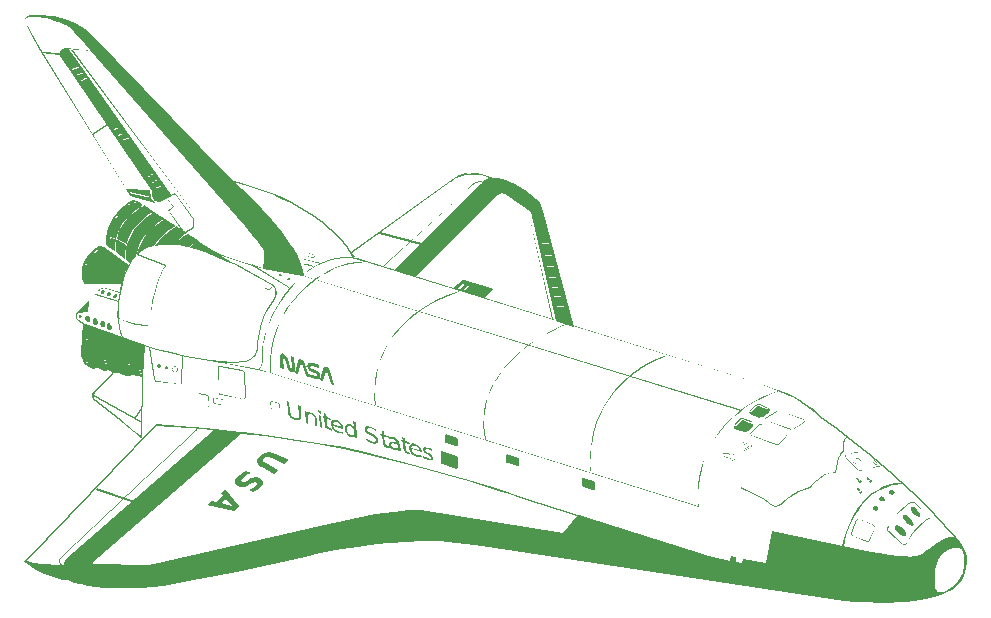
<source format=gto>
%TF.GenerationSoftware,KiCad,Pcbnew,(5.1.12-1-10_14)*%
%TF.CreationDate,2022-04-05T14:51:50-04:00*%
%TF.ProjectId,space_shuttle_SAO,73706163-655f-4736-9875-74746c655f53,rev?*%
%TF.SameCoordinates,Original*%
%TF.FileFunction,Legend,Top*%
%TF.FilePolarity,Positive*%
%FSLAX46Y46*%
G04 Gerber Fmt 4.6, Leading zero omitted, Abs format (unit mm)*
G04 Created by KiCad (PCBNEW (5.1.12-1-10_14)) date 2022-04-05 14:51:50*
%MOMM*%
%LPD*%
G01*
G04 APERTURE LIST*
%ADD10C,0.100000*%
G04 APERTURE END LIST*
D10*
%TO.C,svg2mod*%
G36*
X122213571Y-102012628D02*
G01*
X121648421Y-101843648D01*
X121650185Y-101844001D01*
X121561285Y-101806606D01*
X121522127Y-101750514D01*
X121517188Y-101681723D01*
X121485438Y-101242867D01*
X121485791Y-101244631D01*
X121488613Y-101190656D01*
X121498491Y-101169137D01*
X121510485Y-101161023D01*
X121527771Y-101164551D01*
X121523538Y-101162081D01*
X122207927Y-101374101D01*
X122206516Y-101373748D01*
X122238266Y-101398442D01*
X122256610Y-101437601D01*
X122275307Y-101510626D01*
X122275307Y-101511331D01*
X122318346Y-101967120D01*
X122317993Y-101965709D01*
X122304941Y-101998164D01*
X122275307Y-102011923D01*
X122223449Y-101984053D01*
X122267899Y-101982995D01*
X122286596Y-101975234D01*
X122289066Y-101971353D01*
X122288713Y-101970648D01*
X122246027Y-101515917D01*
X122228741Y-101447831D01*
X122213571Y-101415376D01*
X122200518Y-101403028D01*
X122199813Y-101403028D01*
X121519657Y-101192420D01*
X121517188Y-101198417D01*
X121515071Y-101238987D01*
X121515424Y-101239692D01*
X121547527Y-101682428D01*
X121546821Y-101684545D01*
X121550349Y-101740637D01*
X121579982Y-101784028D01*
X121655124Y-101814367D01*
X121655830Y-101814367D01*
X121656535Y-101814720D01*
X122222743Y-101983701D01*
X122223449Y-101984053D01*
X122275307Y-102011923D01*
X122213571Y-102012276D01*
X122213571Y-102012628D01*
G37*
G36*
X162795715Y-101421726D02*
G01*
X162827465Y-101496514D01*
X162947763Y-101512389D01*
X163083935Y-101581534D01*
X163690360Y-101881748D01*
X163651907Y-101959712D01*
X163041954Y-101657381D01*
X163038779Y-101654912D01*
X162891671Y-101585767D01*
X162781251Y-101591059D01*
X162684590Y-101642212D01*
X162683885Y-101642917D01*
X162151896Y-102129045D01*
X162093335Y-102065192D01*
X162623560Y-101580476D01*
X162659543Y-101552606D01*
X162758321Y-101507451D01*
X162827465Y-101496514D01*
X162795715Y-101421726D01*
X162717399Y-101437601D01*
X162608390Y-101493692D01*
X162569938Y-101526853D01*
X162575935Y-101521209D01*
X162158246Y-101874692D01*
X162156835Y-101876103D01*
X162116265Y-101922670D01*
X162052413Y-102042262D01*
X162040065Y-102122342D01*
X162060174Y-102209126D01*
X162124026Y-102287442D01*
X162232329Y-102348473D01*
X162685649Y-102534034D01*
X162686001Y-102534034D01*
X162880382Y-102577073D01*
X162880735Y-102577073D01*
X163008088Y-102572134D01*
X163110393Y-102550967D01*
X163202468Y-102516748D01*
X163208113Y-102513925D01*
X163556657Y-102236995D01*
X163666371Y-102139276D01*
X163729871Y-102046495D01*
X163752449Y-101957242D01*
X163740454Y-101879278D01*
X163666724Y-101779442D01*
X163619451Y-101748751D01*
X163618746Y-101748398D01*
X163444826Y-101666553D01*
X163108276Y-101498278D01*
X163111099Y-101500042D01*
X162940001Y-101431251D01*
X162795715Y-101421726D01*
G37*
G36*
X136034346Y-105411466D02*
G01*
X135984957Y-105414394D01*
X135945446Y-105436619D01*
X135909816Y-105514477D01*
X135892177Y-106311260D01*
X135892529Y-106309214D01*
X135908757Y-106407216D01*
X135964849Y-106483310D01*
X136078796Y-106535698D01*
X136075621Y-106535098D01*
X137184049Y-106915675D01*
X137186166Y-106915992D01*
X137244021Y-106911124D01*
X137300466Y-106874929D01*
X137342093Y-106803244D01*
X137359732Y-106693460D01*
X137387602Y-106054756D01*
X137387249Y-106056802D01*
X137369963Y-105940068D01*
X137309638Y-105866796D01*
X137218974Y-105822205D01*
X137218268Y-105821887D01*
X137216152Y-105821287D01*
X136036463Y-105411713D01*
X136034699Y-105411430D01*
X136034346Y-105411466D01*
G37*
G36*
X147904965Y-107674817D02*
G01*
X147884857Y-107681414D01*
X147865102Y-107706426D01*
X147853107Y-107766786D01*
X147853107Y-107770914D01*
X147843582Y-108235381D01*
X147842524Y-108314685D01*
X147894382Y-108382701D01*
X148017149Y-108433889D01*
X148019618Y-108434489D01*
X148816543Y-108682915D01*
X148817249Y-108683232D01*
X148857465Y-108691029D01*
X148904738Y-108690147D01*
X148949188Y-108679387D01*
X148968590Y-108664253D01*
X148976352Y-108635254D01*
X148976352Y-108638641D01*
X148972118Y-108148280D01*
X148972118Y-108146516D01*
X148953421Y-108064672D01*
X148930138Y-108018035D01*
X148886040Y-107986390D01*
X148887804Y-107986673D01*
X147920840Y-107676898D01*
X147926838Y-107679685D01*
X147904965Y-107674817D01*
G37*
G36*
X141496404Y-105681976D02*
G01*
X141476649Y-105688608D01*
X141457246Y-105713302D01*
X141445252Y-105778072D01*
X141444899Y-105773662D01*
X141435374Y-106242539D01*
X141434315Y-106321879D01*
X141486174Y-106389718D01*
X141609293Y-106440765D01*
X141611410Y-106441365D01*
X142408335Y-106690109D01*
X142409393Y-106690391D01*
X142449610Y-106698187D01*
X142496529Y-106697305D01*
X142540979Y-106686263D01*
X142560382Y-106671411D01*
X142568143Y-106642413D01*
X142563910Y-106155439D01*
X142563910Y-106153675D01*
X142545213Y-106071830D01*
X142521929Y-106025193D01*
X142478185Y-105993231D01*
X141512279Y-105684057D01*
X141518629Y-105686844D01*
X141496404Y-105681976D01*
G37*
G36*
X136314804Y-104010867D02*
G01*
X136295049Y-104017464D01*
X136275293Y-104042511D01*
X136263299Y-104102836D01*
X136263299Y-104107105D01*
X136253774Y-104571572D01*
X136253068Y-104650594D01*
X136304574Y-104718610D01*
X136428046Y-104769974D01*
X136429810Y-104770574D01*
X137226735Y-105019141D01*
X137227441Y-105019424D01*
X137267657Y-105026938D01*
X137314577Y-105026056D01*
X137359027Y-105015437D01*
X137378782Y-105000162D01*
X137386543Y-104971164D01*
X137382310Y-104484471D01*
X137381957Y-104482849D01*
X137363613Y-104400581D01*
X137340329Y-104354085D01*
X137296232Y-104322441D01*
X137297996Y-104322723D01*
X136330679Y-104012772D01*
X136337029Y-104016018D01*
X136314804Y-104010867D01*
G37*
G36*
X123357982Y-98744848D02*
G01*
X123357982Y-98735323D01*
X123453232Y-98709217D01*
X123515674Y-98642895D01*
X123538605Y-98541295D01*
X123533666Y-98413237D01*
X123494155Y-97487195D01*
X123235921Y-97409584D01*
X123277902Y-98387484D01*
X123262380Y-98435815D01*
X123221105Y-98448515D01*
X123173832Y-98421351D01*
X123136438Y-98352912D01*
X123118799Y-98292587D01*
X122943821Y-97647004D01*
X122869385Y-97425459D01*
X122744855Y-97268826D01*
X122584693Y-97184159D01*
X122465455Y-97164404D01*
X122369499Y-97189098D01*
X122305293Y-97253304D01*
X122280952Y-97353493D01*
X122285891Y-97481198D01*
X122325755Y-98406181D01*
X122321521Y-98406181D01*
X122322932Y-98406534D01*
X122583988Y-98485204D01*
X122544124Y-97558809D01*
X122542007Y-97522473D01*
X122542007Y-97490723D01*
X122561410Y-97450859D01*
X122599510Y-97440981D01*
X122641491Y-97462854D01*
X122675357Y-97517181D01*
X122700757Y-97602201D01*
X122875735Y-98247784D01*
X122950171Y-98469329D01*
X123071880Y-98627726D01*
X123235216Y-98713451D01*
X123357630Y-98735323D01*
X123357982Y-98735323D01*
X123357982Y-98744848D01*
X123231688Y-98722623D01*
X123065882Y-98634781D01*
X122941705Y-98473562D01*
X122866563Y-98250606D01*
X122691938Y-97604670D01*
X122666538Y-97521062D01*
X122666538Y-97520709D01*
X122598099Y-97450154D01*
X122567407Y-97458267D01*
X122551180Y-97492134D01*
X122551180Y-97522120D01*
X122552943Y-97558456D01*
X122593160Y-98491554D01*
X122591396Y-98495081D01*
X122587163Y-98495787D01*
X122320816Y-98415354D01*
X122321168Y-98415354D01*
X122316582Y-98411120D01*
X122276366Y-97481904D01*
X122271427Y-97353493D01*
X122297180Y-97249070D01*
X122365266Y-97181337D01*
X122465102Y-97155231D01*
X122587516Y-97175340D01*
X122750146Y-97261770D01*
X122877499Y-97421579D01*
X122952641Y-97644534D01*
X123127266Y-98290470D01*
X123144905Y-98350090D01*
X123144905Y-98350442D01*
X123180182Y-98415001D01*
X123222163Y-98439695D01*
X123255324Y-98429465D01*
X123268377Y-98387837D01*
X123226043Y-97403587D01*
X123227807Y-97400059D01*
X123232041Y-97399354D01*
X123499446Y-97479787D01*
X123501563Y-97480845D01*
X123501916Y-97480845D01*
X123503327Y-97483667D01*
X123543191Y-98412884D01*
X123547777Y-98540942D01*
X123547777Y-98541295D01*
X123523435Y-98647129D01*
X123458171Y-98717331D01*
X123358335Y-98744495D01*
X123357982Y-98744848D01*
G37*
G36*
X122696171Y-97603612D02*
G01*
X122871149Y-98249195D01*
X122945938Y-98471798D01*
X123069057Y-98631254D01*
X123233452Y-98718390D01*
X123357982Y-98740262D01*
X123455349Y-98713451D01*
X123519202Y-98645012D01*
X123543191Y-98541648D01*
X123538252Y-98413237D01*
X123498388Y-97484373D01*
X123498035Y-97484020D01*
X123230630Y-97403587D01*
X123272963Y-98387837D01*
X123258852Y-98432640D01*
X123221810Y-98444281D01*
X123177007Y-98418176D01*
X123140318Y-98351854D01*
X123123032Y-98291881D01*
X122948055Y-97645592D01*
X122873266Y-97423695D01*
X122747324Y-97265298D01*
X122585752Y-97179926D01*
X122465102Y-97159818D01*
X122367382Y-97185218D01*
X122301060Y-97251187D01*
X122276013Y-97353493D01*
X122280952Y-97481551D01*
X122320816Y-98411120D01*
X122321168Y-98411120D01*
X122588574Y-98491554D01*
X122548357Y-97558809D01*
X122546241Y-97491429D01*
X122564232Y-97454740D01*
X122598452Y-97445920D01*
X122637963Y-97466734D01*
X122670418Y-97519298D01*
X122695818Y-97603612D01*
X122696171Y-97603612D01*
G37*
G36*
X126897049Y-99800006D02*
G01*
X126882938Y-99786248D01*
X126513580Y-98627726D01*
X126421152Y-98436167D01*
X126311791Y-98333862D01*
X126311438Y-98333509D01*
X126311438Y-98333156D01*
X126210896Y-98285884D01*
X126208074Y-98284826D01*
X126110002Y-98272479D01*
X126109649Y-98272479D01*
X126042268Y-98283062D01*
X125991116Y-98322926D01*
X125916327Y-98502137D01*
X125652096Y-99413362D01*
X125910682Y-99490973D01*
X126172443Y-98598092D01*
X126192552Y-98553290D01*
X126205957Y-98545176D01*
X126222538Y-98547292D01*
X126222891Y-98547292D01*
X126224302Y-98547645D01*
X126226066Y-98547998D01*
X126254993Y-98571281D01*
X126277218Y-98625609D01*
X126629643Y-99708990D01*
X126883291Y-99785895D01*
X126882938Y-99786248D01*
X126897049Y-99800006D01*
X126621882Y-99716751D01*
X126268046Y-98628784D01*
X126246527Y-98576926D01*
X126223243Y-98557523D01*
X126221480Y-98557170D01*
X126219363Y-98556465D01*
X126207368Y-98554701D01*
X126198902Y-98559640D01*
X126180910Y-98600915D01*
X125916327Y-99502615D01*
X125640455Y-99420065D01*
X125907155Y-98499667D01*
X125983707Y-98317281D01*
X126038388Y-98275301D01*
X126109649Y-98263306D01*
X126210896Y-98276006D01*
X126213718Y-98277065D01*
X126316024Y-98325748D01*
X126428913Y-98430876D01*
X126522046Y-98624904D01*
X126897049Y-99800006D01*
G37*
G36*
X125911388Y-98500726D02*
G01*
X125987235Y-98320104D01*
X126040152Y-98278829D01*
X126109649Y-98267892D01*
X126209485Y-98280592D01*
X126212307Y-98281651D01*
X126313555Y-98329629D01*
X126425032Y-98433345D01*
X126517813Y-98626315D01*
X126889993Y-99792951D01*
X126625410Y-99713223D01*
X126272280Y-98627373D01*
X126224302Y-98552937D01*
X126222538Y-98552584D01*
X126220774Y-98551879D01*
X126195374Y-98556465D01*
X126176324Y-98599504D01*
X125913152Y-99496970D01*
X125645746Y-99416537D01*
X125911388Y-98500726D01*
G37*
G36*
X125429493Y-99348451D02*
G01*
X125430199Y-99339278D01*
X125524743Y-99329401D01*
X125602707Y-99287067D01*
X125672557Y-99187584D01*
X125693724Y-99047178D01*
X125653860Y-98866556D01*
X125565666Y-98722270D01*
X125449249Y-98618554D01*
X125325071Y-98558581D01*
X124970177Y-98451690D01*
X124891155Y-98392423D01*
X124857641Y-98296467D01*
X124884805Y-98217798D01*
X124962768Y-98204745D01*
X125603060Y-98394540D01*
X125591771Y-98136659D01*
X125167732Y-98008601D01*
X125146213Y-98002251D01*
X124944071Y-97941220D01*
X124808957Y-97930990D01*
X124701007Y-97981084D01*
X124631157Y-98080567D01*
X124609991Y-98220973D01*
X124649855Y-98401595D01*
X124738049Y-98545881D01*
X124854818Y-98649598D01*
X124978643Y-98709570D01*
X125179727Y-98769895D01*
X125204068Y-98777304D01*
X125333538Y-98816462D01*
X125412560Y-98875729D01*
X125446074Y-98971684D01*
X125419263Y-99050353D01*
X125341299Y-99063406D01*
X124674902Y-98862676D01*
X124663260Y-98864087D01*
X124669963Y-98856326D01*
X124406085Y-98035765D01*
X124299546Y-97799756D01*
X124191243Y-97693923D01*
X124190891Y-97693923D01*
X124190891Y-97693570D01*
X124090702Y-97646298D01*
X124087527Y-97645240D01*
X123989102Y-97632540D01*
X123988749Y-97632540D01*
X123886796Y-97666406D01*
X123807774Y-97816337D01*
X123530843Y-98773776D01*
X123789430Y-98851034D01*
X124051543Y-97957801D01*
X124071299Y-97913704D01*
X124085057Y-97905590D01*
X124101638Y-97907706D01*
X124103049Y-97908412D01*
X124104813Y-97909117D01*
X124104460Y-97909117D01*
X124133388Y-97932401D01*
X124155613Y-97986729D01*
X124504510Y-99069051D01*
X124651266Y-99112795D01*
X124786027Y-99153365D01*
X125358938Y-99325873D01*
X125429493Y-99339278D01*
X125429846Y-99339631D01*
X125430199Y-99339278D01*
X125429493Y-99348451D01*
X125356468Y-99334692D01*
X124783910Y-99162184D01*
X124649149Y-99121615D01*
X124497807Y-99076459D01*
X124147499Y-97989551D01*
X124126332Y-97937340D01*
X124102343Y-97917937D01*
X124100580Y-97917231D01*
X124098816Y-97916526D01*
X124087174Y-97914762D01*
X124078707Y-97920054D01*
X124060363Y-97960976D01*
X123796485Y-98863029D01*
X123520260Y-98780126D01*
X123798955Y-97813867D01*
X123880799Y-97660056D01*
X123989102Y-97623720D01*
X124090349Y-97636773D01*
X124093524Y-97637831D01*
X124195830Y-97685809D01*
X124307660Y-97794817D01*
X124415257Y-98032942D01*
X124679135Y-98854209D01*
X125344121Y-99054587D01*
X125413266Y-99043298D01*
X125436902Y-98972037D01*
X125405152Y-98881373D01*
X125331068Y-98825281D01*
X125201599Y-98785770D01*
X125177257Y-98778715D01*
X124976174Y-98718037D01*
X124849527Y-98657359D01*
X124730993Y-98551526D01*
X124641035Y-98405123D01*
X124600818Y-98221326D01*
X124623043Y-98077392D01*
X124695363Y-97973676D01*
X124807193Y-97922170D01*
X124946893Y-97932401D01*
X125149035Y-97993431D01*
X125170555Y-97999781D01*
X125600943Y-98129604D01*
X125612938Y-98406887D01*
X124960299Y-98213565D01*
X124891155Y-98224501D01*
X124867166Y-98296115D01*
X124898916Y-98386779D01*
X124972999Y-98442870D01*
X125327893Y-98549762D01*
X125454541Y-98610440D01*
X125573074Y-98716273D01*
X125663032Y-98863029D01*
X125703249Y-99046826D01*
X125681024Y-99190759D01*
X125608705Y-99293770D01*
X125527566Y-99337867D01*
X125429493Y-99348451D01*
G37*
G36*
X124410318Y-98034706D02*
G01*
X124303427Y-97797640D01*
X124193007Y-97690042D01*
X124091760Y-97642065D01*
X124088585Y-97641006D01*
X123988749Y-97628306D01*
X123883621Y-97663584D01*
X123803188Y-97815631D01*
X123525199Y-98777304D01*
X123792957Y-98857384D01*
X124055777Y-97959917D01*
X124074827Y-97916879D01*
X124100227Y-97912292D01*
X124101991Y-97912998D01*
X124103755Y-97913704D01*
X124151732Y-97988140D01*
X124501335Y-99072931D01*
X124650207Y-99117381D01*
X124784968Y-99157951D01*
X125357880Y-99330459D01*
X125495816Y-99341395D01*
X125605177Y-99290595D01*
X125676438Y-99189348D01*
X125698310Y-99047178D01*
X125658446Y-98865145D01*
X125569193Y-98719801D01*
X125451718Y-98614673D01*
X125326482Y-98554701D01*
X124971235Y-98447809D01*
X124894682Y-98389601D01*
X124861874Y-98296467D01*
X124887627Y-98221679D01*
X124961005Y-98209331D01*
X125607646Y-98400890D01*
X125596005Y-98133131D01*
X125168791Y-98004720D01*
X125147624Y-97998370D01*
X124945482Y-97937340D01*
X124807899Y-97926756D01*
X124698185Y-97977556D01*
X124626924Y-98079156D01*
X124605052Y-98221326D01*
X124645268Y-98403712D01*
X124734168Y-98549056D01*
X124851996Y-98653831D01*
X124977232Y-98714156D01*
X125178316Y-98774834D01*
X125202657Y-98781890D01*
X125332127Y-98821048D01*
X125408680Y-98878904D01*
X125441488Y-98972037D01*
X125415735Y-99047178D01*
X125342357Y-99059173D01*
X124675255Y-98858090D01*
X124674549Y-98858090D01*
X124674902Y-98857737D01*
X124410318Y-98034706D01*
G37*
G36*
X135156001Y-105284125D02*
G01*
X135170643Y-105442424D01*
X135000065Y-105337941D01*
X134820592Y-105266153D01*
X134613639Y-105240914D01*
X134554761Y-105334599D01*
X134613327Y-105441578D01*
X134820425Y-105565028D01*
X134885976Y-105597169D01*
X135061395Y-105694930D01*
X135180045Y-105791056D01*
X135282778Y-106010399D01*
X135262862Y-106127990D01*
X135176862Y-106196917D01*
X135033169Y-106213963D01*
X134838135Y-106175292D01*
X134644525Y-106101011D01*
X134430683Y-105990563D01*
X134414695Y-105817708D01*
X134626805Y-105952398D01*
X134829263Y-106036421D01*
X135029917Y-106057992D01*
X135090839Y-105964923D01*
X135029050Y-105844592D01*
X134943749Y-105784167D01*
X134796757Y-105706472D01*
X134730100Y-105673113D01*
X134575814Y-105586365D01*
X134468463Y-105496962D01*
X134373557Y-105287053D01*
X134467464Y-105099568D01*
X134600488Y-105082623D01*
X134785154Y-105119274D01*
X134982598Y-105192057D01*
X135156001Y-105284125D01*
G37*
G36*
X134282304Y-105446153D02*
G01*
X134089751Y-105340353D01*
X134055593Y-105210000D01*
X133982620Y-105094920D01*
X133879359Y-105004097D01*
X133752297Y-104945896D01*
X133612355Y-104922948D01*
X133507238Y-104948968D01*
X133419546Y-105139211D01*
X134089751Y-105340353D01*
X134282304Y-105446153D01*
X134289877Y-105528031D01*
X133425449Y-105267459D01*
X133474796Y-105430470D01*
X133566336Y-105566402D01*
X133698263Y-105671836D01*
X133866897Y-105744558D01*
X134074174Y-105784045D01*
X134269924Y-105774069D01*
X134284566Y-105932367D01*
X134082529Y-105928067D01*
X133868785Y-105883092D01*
X133697369Y-105816092D01*
X133548241Y-105725150D01*
X133421399Y-105610267D01*
X133286409Y-105407290D01*
X133226489Y-105178300D01*
X133243552Y-104965440D01*
X133341023Y-104827229D01*
X133509356Y-104770517D01*
X133737126Y-104803358D01*
X133946853Y-104898858D01*
X134114189Y-105046141D01*
X134229756Y-105232430D01*
X134282304Y-105446153D01*
G37*
G36*
X132837642Y-104274860D02*
G01*
X132864401Y-104564164D01*
X133251657Y-104680897D01*
X133263691Y-104810993D01*
X132876435Y-104694259D01*
X132927599Y-105247394D01*
X132980215Y-105418908D01*
X133139830Y-105501513D01*
X133332947Y-105559726D01*
X133345906Y-105699829D01*
X133152789Y-105641616D01*
X132967206Y-105568207D01*
X132845737Y-105479192D01*
X132774197Y-105358132D01*
X132738569Y-105190413D01*
X132687405Y-104637278D01*
X132549464Y-104595698D01*
X132537431Y-104465602D01*
X132675372Y-104507183D01*
X132648612Y-104217879D01*
X132837642Y-104274860D01*
G37*
G36*
X132450507Y-104864793D02*
G01*
X132081908Y-104820897D01*
X131890119Y-104774361D01*
X131770468Y-104772121D01*
X131697237Y-104903931D01*
X131775759Y-105065566D01*
X131960389Y-105171631D01*
X132098868Y-105189495D01*
X132201638Y-105148838D01*
X132262241Y-105055010D01*
X132272344Y-104914562D01*
X132268894Y-104877262D01*
X132081908Y-104820897D01*
X132450507Y-104864793D01*
X132504279Y-105446130D01*
X132316271Y-105389457D01*
X132301965Y-105234798D01*
X132154252Y-105323815D01*
X131923281Y-105296642D01*
X131763396Y-105227221D01*
X131635234Y-105124912D01*
X131548304Y-104998550D01*
X131510239Y-104858175D01*
X131528477Y-104717085D01*
X131615001Y-104637702D01*
X131770383Y-104620864D01*
X131993156Y-104666791D01*
X132256776Y-104746256D01*
X132255262Y-104729881D01*
X132152938Y-104525695D01*
X132046342Y-104447132D01*
X131907950Y-104389939D01*
X131718812Y-104353266D01*
X131545807Y-104362139D01*
X131531501Y-104207480D01*
X131726890Y-104215083D01*
X131914237Y-104253868D01*
X132133761Y-104347900D01*
X132295747Y-104480304D01*
X132401045Y-104652221D01*
X132450507Y-104864793D01*
G37*
G36*
X131092408Y-103748779D02*
G01*
X131119168Y-104038082D01*
X131506423Y-104154816D01*
X131518457Y-104284912D01*
X131131201Y-104168178D01*
X131182365Y-104721313D01*
X131234981Y-104892826D01*
X131394596Y-104975432D01*
X131587713Y-105033645D01*
X131600672Y-105173748D01*
X131407555Y-105115535D01*
X131221972Y-105042126D01*
X131100503Y-104953110D01*
X131028963Y-104832051D01*
X130993335Y-104664332D01*
X130942171Y-104111197D01*
X130804230Y-104069617D01*
X130792197Y-103939521D01*
X130930138Y-103981102D01*
X130903378Y-103691798D01*
X131092408Y-103748779D01*
G37*
G36*
X130432839Y-103544653D02*
G01*
X130449417Y-103723876D01*
X130331194Y-103645788D01*
X130220790Y-103582438D01*
X130017226Y-103497198D01*
X129869137Y-103466708D01*
X129762057Y-103476881D01*
X129686434Y-103615045D01*
X129759342Y-103769681D01*
X129851534Y-103837491D01*
X129997081Y-103912981D01*
X130123843Y-103973302D01*
X130329375Y-104087879D01*
X130476887Y-104214151D01*
X130570297Y-104354184D01*
X130611644Y-104511246D01*
X130590400Y-104673541D01*
X130490149Y-104765589D01*
X130314318Y-104786875D01*
X130064294Y-104736272D01*
X129831351Y-104644828D01*
X129704957Y-104580417D01*
X129572996Y-104504158D01*
X129555493Y-104314928D01*
X129684986Y-104407468D01*
X129810494Y-104483772D01*
X130050493Y-104587071D01*
X130205651Y-104618807D01*
X130317587Y-104607444D01*
X130397310Y-104459903D01*
X130313354Y-104282480D01*
X130218106Y-104205790D01*
X130079714Y-104129803D01*
X129952015Y-104070085D01*
X129748163Y-103957562D01*
X129606027Y-103841091D01*
X129518971Y-103713364D01*
X129480359Y-103567076D01*
X129500971Y-103416752D01*
X129596131Y-103326044D01*
X129758808Y-103299465D01*
X129979925Y-103340913D01*
X130200185Y-103424111D01*
X130432839Y-103544653D01*
G37*
G36*
X128559560Y-103416865D02*
G01*
X128479873Y-103457405D01*
X128370885Y-103347609D01*
X128235102Y-103281031D01*
X128104200Y-103267220D01*
X128009853Y-103315723D01*
X127957776Y-103421186D01*
X127951805Y-103579462D01*
X127988259Y-103750747D01*
X128063457Y-103895240D01*
X128172383Y-104004353D01*
X128308145Y-104070704D01*
X128439068Y-104084743D01*
X128533478Y-104036922D01*
X128586258Y-103931007D01*
X128592463Y-103772581D01*
X128555775Y-103601446D01*
X128479873Y-103457405D01*
X128559560Y-103416865D01*
X128508565Y-102865550D01*
X128696573Y-102922223D01*
X128827512Y-104337810D01*
X128639504Y-104281137D01*
X128625366Y-104128297D01*
X128487703Y-104218575D01*
X128275124Y-104196946D01*
X128083452Y-104103351D01*
X127923281Y-103947616D01*
X127810178Y-103747698D01*
X127757666Y-103520941D01*
X127770038Y-103313742D01*
X127851585Y-103172500D01*
X127991307Y-103107164D01*
X128176162Y-103127068D01*
X128396904Y-103236944D01*
X128559560Y-103416865D01*
G37*
G36*
X127650833Y-103447171D02*
G01*
X127458281Y-103341371D01*
X127424122Y-103211018D01*
X127351149Y-103095938D01*
X127247888Y-103005115D01*
X127120826Y-102946915D01*
X126980884Y-102923966D01*
X126875767Y-102949986D01*
X126788075Y-103140229D01*
X127458281Y-103341371D01*
X127650833Y-103447171D01*
X127658406Y-103529049D01*
X126793978Y-103268477D01*
X126843325Y-103431488D01*
X126934865Y-103567420D01*
X127066792Y-103672854D01*
X127235426Y-103745576D01*
X127442703Y-103785063D01*
X127638453Y-103775087D01*
X127653095Y-103933385D01*
X127451059Y-103929085D01*
X127237314Y-103884110D01*
X127065898Y-103817110D01*
X126916770Y-103726168D01*
X126789928Y-103611285D01*
X126654938Y-103408308D01*
X126595018Y-103179318D01*
X126612081Y-102966458D01*
X126709553Y-102828247D01*
X126877885Y-102771535D01*
X127105655Y-102804376D01*
X127315382Y-102899876D01*
X127482718Y-103047159D01*
X127598285Y-103233448D01*
X127650833Y-103447171D01*
G37*
G36*
X126206171Y-102275878D02*
G01*
X126232931Y-102565182D01*
X126620187Y-102681916D01*
X126632220Y-102812011D01*
X126244965Y-102695277D01*
X126296128Y-103248412D01*
X126348745Y-103419926D01*
X126508360Y-103502531D01*
X126701477Y-103560744D01*
X126714436Y-103700847D01*
X126521319Y-103642634D01*
X126335736Y-103569226D01*
X126214267Y-103480210D01*
X126142726Y-103359150D01*
X126107098Y-103191431D01*
X126055935Y-102638296D01*
X125917994Y-102596716D01*
X125905960Y-102466620D01*
X126043901Y-102508201D01*
X126017141Y-102218897D01*
X126206171Y-102275878D01*
G37*
G36*
X125582408Y-102369089D02*
G01*
X125770416Y-102425762D01*
X125864665Y-103444693D01*
X125676657Y-103388020D01*
X125582408Y-102369089D01*
G37*
G36*
X125545718Y-101972433D02*
G01*
X125733726Y-102029106D01*
X125753333Y-102241080D01*
X125565325Y-102184407D01*
X125545718Y-101972433D01*
G37*
G36*
X125407562Y-102709054D02*
G01*
X125464448Y-103324052D01*
X125276439Y-103267379D01*
X125220058Y-102657840D01*
X125136680Y-102422221D01*
X124939980Y-102293061D01*
X124707856Y-102307107D01*
X124641777Y-102516246D01*
X124695045Y-103092125D01*
X124506015Y-103035144D01*
X124411766Y-102016212D01*
X124600796Y-102073193D01*
X124615438Y-102231491D01*
X124761108Y-102141858D01*
X124968409Y-102160127D01*
X125144126Y-102239627D01*
X125276868Y-102359236D01*
X125365127Y-102516068D01*
X125407562Y-102709054D01*
G37*
G36*
X122861341Y-101218975D02*
G01*
X123068763Y-101281500D01*
X123145088Y-102106653D01*
X123184689Y-102301217D01*
X123263100Y-102448226D01*
X123386210Y-102554983D01*
X123560078Y-102630609D01*
X123728763Y-102658241D01*
X123838364Y-102621633D01*
X123893296Y-102514819D01*
X123898143Y-102333653D01*
X123821818Y-101508500D01*
X124029240Y-101571025D01*
X124107668Y-102418922D01*
X124092192Y-102640882D01*
X123996620Y-102775465D01*
X123823636Y-102822152D01*
X123573879Y-102779809D01*
X123395377Y-102711360D01*
X123245423Y-102622233D01*
X123124017Y-102512429D01*
X122998118Y-102311086D01*
X122939770Y-102066872D01*
X122861341Y-101218975D01*
G37*
G36*
X171492040Y-108750154D02*
G01*
X171445826Y-108771144D01*
X171368568Y-108853624D01*
X171351282Y-108901355D01*
X171371743Y-108947639D01*
X171427835Y-108999956D01*
X171475812Y-109017771D01*
X171522026Y-108996781D01*
X171598932Y-108914302D01*
X171616924Y-108866571D01*
X171595757Y-108820569D01*
X171539665Y-108767969D01*
X171492040Y-108750154D01*
G37*
G36*
X171189004Y-108555280D02*
G01*
X171157607Y-108577963D01*
X171149846Y-108619380D01*
X171195354Y-108715370D01*
X171287782Y-108795874D01*
X171380915Y-108817147D01*
X171412312Y-108794428D01*
X171419721Y-108753047D01*
X171374565Y-108657021D01*
X171282137Y-108576552D01*
X171189004Y-108555280D01*
G37*
G36*
X172319304Y-107812224D02*
G01*
X172273090Y-107833214D01*
X172195832Y-107915729D01*
X172195832Y-107916011D01*
X172178193Y-107963425D01*
X172199007Y-108009709D01*
X172255099Y-108062026D01*
X172303076Y-108079841D01*
X172348937Y-108058886D01*
X172425843Y-107976371D01*
X172443835Y-107928676D01*
X172422668Y-107882674D01*
X172366576Y-107830075D01*
X172319304Y-107812224D01*
G37*
G36*
X172015915Y-107617350D02*
G01*
X171984871Y-107640068D01*
X171977110Y-107681449D01*
X172022618Y-107777440D01*
X172115046Y-107857944D01*
X172208179Y-107879216D01*
X172239224Y-107856498D01*
X172246985Y-107815117D01*
X172201476Y-107719091D01*
X172109401Y-107638622D01*
X172015915Y-107617350D01*
G37*
G36*
X171407374Y-107842140D02*
G01*
X171361160Y-107863130D01*
X171284254Y-107945609D01*
X171266262Y-107993340D01*
X171287429Y-108039307D01*
X171343521Y-108091906D01*
X171391146Y-108109757D01*
X171437007Y-108088766D01*
X171514618Y-108006252D01*
X171514618Y-108005970D01*
X171531904Y-107958556D01*
X171511443Y-107912272D01*
X171455351Y-107859955D01*
X171407374Y-107842140D01*
G37*
G36*
X171104690Y-107646948D02*
G01*
X171072940Y-107669667D01*
X171065532Y-107711047D01*
X171111040Y-107807356D01*
X171203115Y-107887824D01*
X171296249Y-107909097D01*
X171327646Y-107886413D01*
X171335054Y-107844997D01*
X171289899Y-107748724D01*
X171197471Y-107668502D01*
X171104690Y-107646948D01*
G37*
G36*
X172752515Y-106573657D02*
G01*
X172726057Y-106533652D01*
X172752515Y-106544976D01*
X172752515Y-106544940D01*
X172778974Y-106534110D01*
X172778974Y-106534075D01*
X172827657Y-106486662D01*
X172828010Y-106433604D01*
X172622340Y-106224195D01*
X172569071Y-106223701D01*
X172569071Y-106223772D01*
X172520740Y-106271255D01*
X172520035Y-106324243D01*
X172726057Y-106533652D01*
X172752515Y-106573657D01*
X172705596Y-106553901D01*
X172705596Y-106553866D01*
X172499574Y-106344457D01*
X172480876Y-106297326D01*
X172500632Y-106250583D01*
X172548962Y-106203064D01*
X172548962Y-106203028D01*
X172595882Y-106184190D01*
X172642801Y-106203910D01*
X172848471Y-106413354D01*
X172867521Y-106460415D01*
X172847765Y-106507193D01*
X172847765Y-106507229D01*
X172799435Y-106554642D01*
X172799435Y-106554677D01*
X172752515Y-106573657D01*
G37*
G36*
X165674382Y-103626340D02*
G01*
X165620054Y-103599670D01*
X165756932Y-103569542D01*
X165757285Y-103569190D01*
X166682974Y-102943891D01*
X166694968Y-102910659D01*
X166684737Y-102853862D01*
X166615593Y-102765809D01*
X164626985Y-102015098D01*
X164520093Y-102002751D01*
X164429076Y-102015451D01*
X164350407Y-102065192D01*
X164348996Y-102066603D01*
X164347232Y-102067662D01*
X163359101Y-102679025D01*
X163340757Y-102723828D01*
X163391910Y-102766162D01*
X165571018Y-103588451D01*
X165571018Y-103588487D01*
X165619701Y-103599493D01*
X165620054Y-103599493D01*
X165620054Y-103599670D01*
X165674382Y-103626340D01*
X165561493Y-103612828D01*
X163382385Y-102790503D01*
X163315710Y-102731942D01*
X163343226Y-102658564D01*
X163343932Y-102658212D01*
X164333474Y-102045789D01*
X164422021Y-101990403D01*
X164519740Y-101976645D01*
X164633687Y-101990051D01*
X164634393Y-101990403D01*
X166624765Y-102741467D01*
X166675565Y-102782037D01*
X166708726Y-102845149D01*
X166720721Y-102911365D01*
X166699201Y-102964211D01*
X166698849Y-102964564D01*
X165772101Y-103590427D01*
X165773160Y-103589792D01*
X165674735Y-103626516D01*
X165674735Y-103626481D01*
X165674382Y-103626340D01*
G37*
G36*
X164363460Y-104886321D02*
G01*
X164366282Y-104859862D01*
X164502454Y-104827971D01*
X165147685Y-104174521D01*
X165172026Y-104054435D01*
X165143804Y-103974249D01*
X165076776Y-103913360D01*
X163160135Y-103220222D01*
X163018318Y-103173867D01*
X162945293Y-103161449D01*
X162902254Y-103169775D01*
X162094040Y-103970404D01*
X162093688Y-103970792D01*
X162074990Y-104015983D01*
X162127201Y-104057575D01*
X164317246Y-104849526D01*
X164366635Y-104859827D01*
X164366282Y-104859862D01*
X164363460Y-104886321D01*
X164308074Y-104873938D01*
X162117676Y-104081987D01*
X162049943Y-104024379D01*
X162076754Y-103950683D01*
X162076049Y-103951495D01*
X162884968Y-103150054D01*
X162885321Y-103149702D01*
X162945999Y-103135414D01*
X163024315Y-103148643D01*
X163168601Y-103195774D01*
X165087007Y-103889441D01*
X165087712Y-103889759D01*
X165164971Y-103959715D01*
X165197426Y-104052883D01*
X165170615Y-104186903D01*
X165169557Y-104189020D01*
X165168146Y-104190678D01*
X164519387Y-104847444D01*
X164519035Y-104847868D01*
X164448832Y-104880958D01*
X164363812Y-104886356D01*
X164363460Y-104886321D01*
G37*
G36*
X161452690Y-102615878D02*
G01*
X161482676Y-102695253D01*
X161673882Y-102765809D01*
X161667179Y-102762281D01*
X162305354Y-103020797D01*
X162272899Y-103100983D01*
X161631196Y-102841444D01*
X161628021Y-102839434D01*
X161473504Y-102780273D01*
X161367671Y-102793325D01*
X161284415Y-102850934D01*
X161283710Y-102851534D01*
X160843443Y-103385287D01*
X160776415Y-103330112D01*
X161214918Y-102798264D01*
X161215976Y-102796853D01*
X161246315Y-102766867D01*
X161336626Y-102712539D01*
X161482676Y-102695253D01*
X161452690Y-102615878D01*
X161286532Y-102644806D01*
X161187401Y-102711481D01*
X161154240Y-102749581D01*
X161159532Y-102742525D01*
X160808871Y-103132698D01*
X160807813Y-103134708D01*
X160775357Y-103185579D01*
X160731613Y-103312614D01*
X160732318Y-103393965D01*
X160765126Y-103477891D01*
X160837446Y-103550633D01*
X160951393Y-103603515D01*
X161422351Y-103757573D01*
X161422704Y-103757573D01*
X161618849Y-103786042D01*
X161743026Y-103771084D01*
X161840393Y-103741486D01*
X161926118Y-103699788D01*
X161931410Y-103696048D01*
X162228801Y-103386768D01*
X162227390Y-103387932D01*
X162319818Y-103278995D01*
X162367090Y-103178982D01*
X162374851Y-103087577D01*
X162351568Y-103011377D01*
X162266196Y-102918844D01*
X162216454Y-102891539D01*
X162215749Y-102891221D01*
X162033363Y-102821548D01*
X161681996Y-102677614D01*
X161559935Y-102632106D01*
X161452690Y-102615878D01*
G37*
G36*
X161639310Y-105246048D02*
G01*
X161659065Y-105208195D01*
X161996674Y-105018859D01*
X161617790Y-104845928D01*
X161659065Y-105208195D01*
X161639310Y-105246048D01*
X161589568Y-104807193D01*
X161608618Y-104815800D01*
X162048532Y-105016743D01*
X161639310Y-105246048D01*
G37*
G36*
X161548293Y-105441205D02*
G01*
X161568049Y-105403316D01*
X162272546Y-105007853D01*
X161481618Y-104646855D01*
X161568049Y-105403316D01*
X161548293Y-105441205D01*
X161453749Y-104608120D01*
X161472799Y-104616798D01*
X162324757Y-105005665D01*
X161548293Y-105441205D01*
G37*
G36*
X116195888Y-101676784D02*
G01*
X116201532Y-101649620D01*
X116233635Y-101641153D01*
X116246688Y-101605170D01*
X116221994Y-100787431D01*
X116167313Y-100717228D01*
X115407782Y-100569767D01*
X115375327Y-100578234D01*
X115362274Y-100614570D01*
X115386969Y-101431956D01*
X115441649Y-101502159D01*
X116201532Y-101649620D01*
X116195888Y-101676784D01*
X115436357Y-101529676D01*
X115382030Y-101495456D01*
X115359099Y-101433014D01*
X115334757Y-100615276D01*
X115356277Y-100558126D01*
X115412721Y-100542603D01*
X116172605Y-100690064D01*
X116226932Y-100724284D01*
X116249863Y-100786726D01*
X116274557Y-101604112D01*
X116274557Y-101604464D01*
X116252685Y-101661262D01*
X116196241Y-101676784D01*
X116195888Y-101676784D01*
G37*
G36*
X123012966Y-91609918D02*
G01*
X119869716Y-89659057D01*
X119900055Y-89610021D01*
X123043305Y-91560882D01*
X123012966Y-91609918D01*
G37*
G36*
X120853260Y-89951510D02*
G01*
X120299752Y-89806871D01*
X119027635Y-89445274D01*
X117618993Y-88975021D01*
X117044671Y-88733015D01*
X116651324Y-88500888D01*
X116687660Y-88455732D01*
X117069366Y-88679746D01*
X117639455Y-88921046D01*
X119044216Y-89390240D01*
X120314568Y-89750779D01*
X120867371Y-89895418D01*
X120853260Y-89951510D01*
G37*
G36*
X109260630Y-83231446D02*
G01*
X109561196Y-83489680D01*
X111006880Y-83814941D01*
X111007232Y-83815293D01*
X111088371Y-83826935D01*
X111237596Y-83815999D01*
X111263349Y-83892905D01*
X111166688Y-83910543D01*
X111167041Y-83910191D01*
X110987830Y-83893257D01*
X110987477Y-83893257D01*
X109543557Y-83568702D01*
X109561196Y-83489680D01*
X109260630Y-83231446D01*
X109598591Y-83780016D01*
X111708907Y-84398788D01*
X111708907Y-84398435D01*
X111710319Y-84399141D01*
X111731485Y-84320824D01*
X111729721Y-84320471D01*
X111598841Y-84254855D01*
X111491949Y-84138791D01*
X111408341Y-83987449D01*
X111348016Y-83820232D01*
X111287691Y-83517549D01*
X111282752Y-83423357D01*
X111284516Y-83402896D01*
X111282752Y-83406424D01*
X111250296Y-83424768D01*
X111252766Y-83343982D01*
X109338241Y-83235680D01*
X109260630Y-83231446D01*
G37*
G36*
X114296532Y-86962071D02*
G01*
X114259844Y-86903157D01*
X114932591Y-86483704D01*
X114936471Y-85755924D01*
X113382132Y-83683355D01*
X112756305Y-83975455D01*
X113289705Y-84767793D01*
X112891419Y-85054249D01*
X114055232Y-86730649D01*
X113998082Y-86770513D01*
X112795463Y-85037668D01*
X113194807Y-84750507D01*
X112653646Y-83946880D01*
X113404005Y-83596571D01*
X115005969Y-85732641D01*
X115001735Y-86522157D01*
X114296532Y-86962071D01*
G37*
G36*
X104124538Y-71296975D02*
G01*
X105308460Y-72798750D01*
X105343032Y-72872128D01*
X105633369Y-73304280D01*
X105667941Y-73377658D01*
X105053755Y-73666583D01*
X105019182Y-73593558D01*
X105633369Y-73304280D01*
X105343032Y-72872128D01*
X104728494Y-73160700D01*
X104694274Y-73087675D01*
X105308460Y-72798750D01*
X104124538Y-71296975D01*
X103955663Y-71334369D01*
X103764811Y-71443025D01*
X103728898Y-71475833D01*
X103664198Y-71573200D01*
X103632025Y-71736536D01*
X103644937Y-71842369D01*
X103685753Y-71963372D01*
X103687199Y-71966547D01*
X111431624Y-83384199D01*
X108305307Y-78218827D01*
X108270735Y-78145449D01*
X108884921Y-77856524D01*
X108919494Y-77929549D01*
X109210182Y-78362408D01*
X109244755Y-78435433D01*
X108630216Y-78724358D01*
X108595996Y-78650980D01*
X109210182Y-78362408D01*
X108919494Y-77929549D01*
X108305307Y-78218827D01*
X111431624Y-83384199D01*
X111412574Y-83540832D01*
X111414338Y-83682296D01*
X111440091Y-83845280D01*
X111510294Y-84022374D01*
X111641174Y-84176538D01*
X111733955Y-84236157D01*
X111846844Y-84279902D01*
X109569663Y-78904980D01*
X108955477Y-79193905D01*
X108920905Y-79120880D01*
X109535091Y-78831955D01*
X109569663Y-78904980D01*
X111846844Y-84279902D01*
X111980899Y-84305655D01*
X111050977Y-82265188D01*
X111016405Y-82192163D01*
X111630591Y-81902885D01*
X111665163Y-81976263D01*
X111050977Y-82265188D01*
X111980899Y-84305655D01*
X112137180Y-84309888D01*
X111375885Y-82770719D01*
X111341666Y-82697694D01*
X111955852Y-82408416D01*
X111990424Y-82481794D01*
X111375885Y-82770719D01*
X112137180Y-84309888D01*
X112146352Y-84309535D01*
X112315332Y-82951341D01*
X111701146Y-83240618D01*
X111666574Y-83167241D01*
X112280760Y-82878316D01*
X112315332Y-82951341D01*
X112146352Y-84309535D01*
X113168349Y-83780016D01*
X105958630Y-73774180D01*
X105993202Y-73846852D01*
X105378663Y-74136130D01*
X105344444Y-74062752D01*
X105958630Y-73774180D01*
X113168349Y-83780016D01*
X104582796Y-71601069D01*
X104531996Y-71515697D01*
X104385594Y-71371411D01*
X104268824Y-71314967D01*
X104124538Y-71296975D01*
G37*
G36*
X121332332Y-91748207D02*
G01*
X121309049Y-91727393D01*
X121348560Y-91723512D01*
X121550702Y-91570054D01*
X121554230Y-91565115D01*
X121546468Y-91559118D01*
X121107260Y-91382729D01*
X121067749Y-91386610D01*
X120865607Y-91539715D01*
X120862080Y-91545007D01*
X120869488Y-91551004D01*
X121309049Y-91727393D01*
X121332332Y-91748207D01*
X121302346Y-91744326D01*
X120862785Y-91567937D01*
X120844441Y-91548887D01*
X120854671Y-91525251D01*
X121056813Y-91372146D01*
X121113610Y-91365796D01*
X121553171Y-91542185D01*
X121571868Y-91560882D01*
X121561638Y-91584518D01*
X121359496Y-91737976D01*
X121332332Y-91748207D01*
G37*
G36*
X111314855Y-94867820D02*
G01*
X111284516Y-94865704D01*
X110967369Y-94833954D01*
X110215599Y-94720712D01*
X109769688Y-94625462D01*
X109326599Y-94499168D01*
X108923021Y-94337595D01*
X108594938Y-94136865D01*
X108631274Y-94091709D01*
X108948069Y-94284679D01*
X109344591Y-94443076D01*
X109783446Y-94568665D01*
X110226182Y-94663915D01*
X110932444Y-94771865D01*
X111259116Y-94805026D01*
X111332141Y-93702948D01*
X111478544Y-92724343D01*
X111673982Y-91874501D01*
X111894469Y-91158010D01*
X112115660Y-90579454D01*
X112313921Y-90144126D01*
X112544991Y-89720793D01*
X110209955Y-88776407D01*
X110231827Y-88722785D01*
X112630716Y-89693276D01*
X112611313Y-89722557D01*
X112419049Y-90065457D01*
X112220435Y-90485615D01*
X111990424Y-91063465D01*
X111757238Y-91793362D01*
X111548394Y-92669662D01*
X111391760Y-93686368D01*
X111315560Y-94837482D01*
X111314855Y-94867820D01*
G37*
G36*
X103622641Y-71863183D02*
G01*
X102141363Y-71736889D01*
X102151170Y-71621530D01*
X103632484Y-71747825D01*
X103622641Y-71863183D01*
G37*
G36*
X106334338Y-71581314D02*
G01*
X104238838Y-71382700D01*
X104244483Y-71325197D01*
X106339630Y-71523811D01*
X106334338Y-71581314D01*
G37*
G36*
X107319294Y-91786307D02*
G01*
X107255441Y-91799007D01*
X107140788Y-91885790D01*
X107105510Y-91948937D01*
X107094574Y-92011732D01*
X107109391Y-92068176D01*
X107151019Y-92108040D01*
X107210285Y-92121798D01*
X107210285Y-92121446D01*
X107274138Y-92109098D01*
X107388791Y-92022315D01*
X107424069Y-91959168D01*
X107435005Y-91896373D01*
X107419835Y-91839929D01*
X107378560Y-91799360D01*
X107319294Y-91786307D01*
G37*
G36*
X107861160Y-91966929D02*
G01*
X107797307Y-91979276D01*
X107682655Y-92066412D01*
X107647730Y-92129560D01*
X107636794Y-92192354D01*
X107651610Y-92248798D01*
X107692885Y-92289015D01*
X107752152Y-92302421D01*
X107816005Y-92289721D01*
X107930657Y-92202937D01*
X107965935Y-92139790D01*
X107976871Y-92076996D01*
X107962055Y-92020551D01*
X107920427Y-91980335D01*
X107861160Y-91966929D01*
G37*
G36*
X174087074Y-108699848D02*
G01*
X174001349Y-108708174D01*
X173928324Y-108746133D01*
X173878229Y-108811679D01*
X173862707Y-108893029D01*
X173882815Y-108972616D01*
X173933968Y-109042184D01*
X174009815Y-109093054D01*
X174097657Y-109115491D01*
X174222540Y-109091925D01*
X174306854Y-109003660D01*
X174322376Y-108922345D01*
X174301915Y-108842723D01*
X174250762Y-108773155D01*
X174175268Y-108722567D01*
X174087074Y-108699848D01*
G37*
G36*
X173253460Y-109256284D02*
G01*
X173128929Y-109279885D01*
X173044262Y-109368115D01*
X173028740Y-109449395D01*
X173049201Y-109529017D01*
X173100354Y-109598479D01*
X173175849Y-109649208D01*
X173264043Y-109671927D01*
X173388574Y-109648326D01*
X173472887Y-109560132D01*
X173488762Y-109478887D01*
X173468301Y-109399230D01*
X173417149Y-109329768D01*
X173341654Y-109279003D01*
X173253460Y-109256320D01*
X173253460Y-109256284D01*
G37*
G36*
X172721118Y-110039063D02*
G01*
X172635393Y-110047389D01*
X172562368Y-110085312D01*
X172512274Y-110150858D01*
X172496399Y-110232209D01*
X172516860Y-110311831D01*
X172568012Y-110381399D01*
X172643507Y-110432269D01*
X172731701Y-110454670D01*
X172856232Y-110431105D01*
X172940899Y-110342875D01*
X172956421Y-110261525D01*
X172935960Y-110181903D01*
X172884807Y-110112617D01*
X172809312Y-110061747D01*
X172721118Y-110039063D01*
G37*
G36*
X175202204Y-113408267D02*
G01*
X175200793Y-113338911D01*
X175233249Y-113326881D01*
X175328499Y-113192720D01*
X175423749Y-112997316D01*
X175722904Y-112513517D01*
X175958912Y-112201696D01*
X176257362Y-111863665D01*
X176623193Y-111514732D01*
X177059579Y-111170139D01*
X177060990Y-111168975D01*
X177062754Y-111167987D01*
X177207746Y-111088295D01*
X177214096Y-110986095D01*
X177147773Y-110869855D01*
X175969143Y-109810816D01*
X175969143Y-109810781D01*
X175846729Y-109762767D01*
X175738073Y-109781500D01*
X175735957Y-109783299D01*
X175560626Y-109904408D01*
X175559568Y-109905078D01*
X175176804Y-110166910D01*
X174837079Y-110468111D01*
X174542862Y-110785752D01*
X174296624Y-111097008D01*
X173957604Y-111608677D01*
X173840482Y-111819956D01*
X173840129Y-111820273D01*
X173772749Y-111948790D01*
X173769926Y-111952036D01*
X173763576Y-112066547D01*
X173830251Y-112191043D01*
X173830251Y-112191078D01*
X175008529Y-113250187D01*
X175136587Y-113326034D01*
X175200440Y-113338840D01*
X175200440Y-113338876D01*
X175200793Y-113338911D01*
X175202204Y-113408267D01*
X175113304Y-113391263D01*
X174962315Y-113301799D01*
X173784037Y-112242725D01*
X173696549Y-112084151D01*
X173685612Y-111989218D01*
X173718774Y-111905681D01*
X173713835Y-111912771D01*
X173778393Y-111789088D01*
X173778393Y-111788947D01*
X173778746Y-111788417D01*
X173897279Y-111574105D01*
X174239121Y-111056545D01*
X174488535Y-110741408D01*
X174786985Y-110419322D01*
X175132707Y-110113287D01*
X175523232Y-109846164D01*
X175694329Y-109727772D01*
X175690448Y-109731123D01*
X175766296Y-109694681D01*
X175855196Y-109693976D01*
X176015357Y-109759240D01*
X176015357Y-109759275D01*
X177193987Y-110818314D01*
X177193987Y-110818349D01*
X177280771Y-110967398D01*
X177291001Y-111057074D01*
X177258193Y-111137472D01*
X177254312Y-111141776D01*
X177098385Y-111227642D01*
X176665173Y-111570048D01*
X176302871Y-111916652D01*
X176006890Y-112252108D01*
X175774410Y-112561001D01*
X175480899Y-113037744D01*
X175389882Y-113223976D01*
X175388471Y-113227574D01*
X175286518Y-113371684D01*
X175285107Y-113373166D01*
X175202204Y-113408267D01*
X175202557Y-113408267D01*
X175202204Y-113408267D01*
G37*
G36*
X175840379Y-110129021D02*
G01*
X175780054Y-110133713D01*
X175731018Y-110161830D01*
X175702796Y-110209807D01*
X175696798Y-110267204D01*
X175731018Y-110398332D01*
X175819918Y-110551543D01*
X175947976Y-110706342D01*
X176091204Y-110836447D01*
X176234079Y-110930215D01*
X176367782Y-110973183D01*
X176428460Y-110968456D01*
X176477496Y-110940516D01*
X176505718Y-110892397D01*
X176512068Y-110835000D01*
X176477496Y-110703873D01*
X176388243Y-110550661D01*
X176260537Y-110395827D01*
X176117310Y-110265864D01*
X175974435Y-110171990D01*
X175840379Y-110129021D01*
G37*
G36*
X174498412Y-111677222D02*
G01*
X174426799Y-111685935D01*
X174370354Y-111721672D01*
X174340015Y-111779951D01*
X174335782Y-111848248D01*
X174383407Y-112001001D01*
X174496296Y-112177037D01*
X174655399Y-112352897D01*
X174831082Y-112498735D01*
X175005001Y-112601888D01*
X175165162Y-112645597D01*
X175236424Y-112636777D01*
X175292868Y-112601006D01*
X175323560Y-112542903D01*
X175327793Y-112474746D01*
X175280168Y-112321994D01*
X175166926Y-112145958D01*
X175008176Y-111969957D01*
X174832493Y-111824118D01*
X174658574Y-111720790D01*
X174498412Y-111677222D01*
G37*
G36*
X145340624Y-94225765D02*
G01*
X143281460Y-84976991D01*
X143309682Y-84970993D01*
X145368846Y-94219415D01*
X145340624Y-94225765D01*
G37*
G36*
X105385013Y-93877573D02*
G01*
X105302463Y-93911793D01*
X105268244Y-93994696D01*
X105302463Y-94077598D01*
X105385013Y-94111818D01*
X105467916Y-94077598D01*
X105502488Y-93994696D01*
X105467916Y-93911793D01*
X105385013Y-93877573D01*
G37*
G36*
X121506957Y-98824929D02*
G01*
X120459207Y-98535651D01*
X120466968Y-98507781D01*
X121514366Y-98797059D01*
X121506957Y-98824929D01*
G37*
G36*
X112047574Y-98072101D02*
G01*
X111990777Y-98083742D01*
X111944210Y-98115140D01*
X111912813Y-98161706D01*
X111901524Y-98218504D01*
X111912813Y-98275654D01*
X111944210Y-98322220D01*
X111990777Y-98353617D01*
X112047574Y-98365259D01*
X112104371Y-98353617D01*
X112150938Y-98322220D01*
X112182335Y-98275654D01*
X112193977Y-98218504D01*
X112182335Y-98161706D01*
X112150938Y-98115140D01*
X112104371Y-98083742D01*
X112047574Y-98072101D01*
G37*
G36*
X112661760Y-98217092D02*
G01*
X112604963Y-98228381D01*
X112558396Y-98259779D01*
X112526999Y-98306345D01*
X112515357Y-98363142D01*
X112526999Y-98419940D01*
X112558396Y-98466506D01*
X112604963Y-98498256D01*
X112661760Y-98509898D01*
X112718557Y-98498256D01*
X112765124Y-98466506D01*
X112796874Y-98419940D01*
X112808163Y-98363142D01*
X112796874Y-98306345D01*
X112765124Y-98259779D01*
X112718557Y-98228381D01*
X112661760Y-98217092D01*
G37*
G36*
X123033427Y-90965040D02*
G01*
X123033427Y-90924824D01*
X123088107Y-90902599D01*
X123110685Y-90847918D01*
X123088107Y-90793237D01*
X123033427Y-90770660D01*
X122978746Y-90793237D01*
X122956168Y-90847918D01*
X122978746Y-90902599D01*
X123033427Y-90924824D01*
X123033427Y-90965040D01*
X122950877Y-90930821D01*
X122916657Y-90847918D01*
X122950877Y-90765368D01*
X123033427Y-90730796D01*
X123116330Y-90765368D01*
X123150549Y-90847918D01*
X123116330Y-90930821D01*
X123033427Y-90965040D01*
G37*
G36*
X123033427Y-90944932D02*
G01*
X122964635Y-90916357D01*
X122936413Y-90847918D01*
X122964635Y-90779126D01*
X123033427Y-90750551D01*
X123102218Y-90779126D01*
X123130441Y-90847918D01*
X123102218Y-90916357D01*
X123033427Y-90944932D01*
G37*
G36*
X125770630Y-89540171D02*
G01*
X123892088Y-89106607D01*
X123898438Y-89078385D01*
X125776980Y-89511949D01*
X125770630Y-89540171D01*
G37*
G36*
X144740902Y-86852710D02*
G01*
X144162699Y-86852710D01*
X144740902Y-86852710D01*
G37*
G36*
X125189252Y-89828037D02*
G01*
X124875985Y-89713385D01*
X124533438Y-89635068D01*
X124146441Y-89576507D01*
X124149263Y-89547932D01*
X124538730Y-89606846D01*
X124883393Y-89685515D01*
X125201952Y-89802285D01*
X125189252Y-89828037D01*
G37*
G36*
X122325402Y-90629196D02*
G01*
X122325402Y-90588979D01*
X122380082Y-90566754D01*
X122402660Y-90511721D01*
X122380082Y-90457393D01*
X122325402Y-90434815D01*
X122271074Y-90457393D01*
X122248496Y-90511721D01*
X122270721Y-90566754D01*
X122325402Y-90588979D01*
X122325402Y-90629196D01*
X122242852Y-90594624D01*
X122208632Y-90512074D01*
X122242852Y-90429171D01*
X122325402Y-90394599D01*
X122408305Y-90429171D01*
X122442524Y-90512074D01*
X122408305Y-90594624D01*
X122325402Y-90629196D01*
G37*
G36*
X122325402Y-90609087D02*
G01*
X122256610Y-90580512D01*
X122228388Y-90511721D01*
X122256610Y-90443282D01*
X122325402Y-90414707D01*
X122394193Y-90443282D01*
X122422416Y-90511721D01*
X122394193Y-90580512D01*
X122325402Y-90609087D01*
G37*
G36*
X159773468Y-105604400D02*
G01*
X159777349Y-105627683D01*
X159942801Y-105630541D01*
X160039110Y-105644616D01*
X160039815Y-105644934D01*
X160054279Y-105645534D01*
X160607082Y-105776873D01*
X160612374Y-105753872D01*
X160178810Y-105650684D01*
X160580624Y-105668817D01*
X160698451Y-105722827D01*
X160772888Y-105790666D01*
X160823335Y-105876321D01*
X160811340Y-106027521D01*
X160758776Y-106123265D01*
X160679049Y-106180733D01*
X160584151Y-106214670D01*
X160523826Y-106221549D01*
X160336149Y-106168103D01*
X160204563Y-106088199D01*
X159985135Y-105892725D01*
X160532999Y-106119526D01*
X160541818Y-106097971D01*
X159912463Y-105836951D01*
X159797104Y-105754189D01*
X159729018Y-105679153D01*
X159724079Y-105658163D01*
X159729724Y-105645816D01*
X159777349Y-105627683D01*
X159773468Y-105604400D01*
X159713143Y-105629129D01*
X159700443Y-105656152D01*
X159708204Y-105689490D01*
X159781229Y-105772851D01*
X159900821Y-105857624D01*
X159949151Y-105892125D01*
X160189746Y-106106261D01*
X160190451Y-106106579D01*
X160326271Y-106189058D01*
X160523826Y-106245397D01*
X160590501Y-106237354D01*
X160689279Y-106201723D01*
X160776063Y-106139034D01*
X160833918Y-106033836D01*
X160846971Y-105872864D01*
X160846618Y-105871382D01*
X160846618Y-105869900D01*
X160792290Y-105778778D01*
X160712563Y-105704059D01*
X160585915Y-105645710D01*
X160584857Y-105645110D01*
X160077563Y-105622391D01*
X160058160Y-105621792D01*
X160043696Y-105618334D01*
X160042990Y-105621192D01*
X160041932Y-105621192D01*
X159945271Y-105607116D01*
X159773468Y-105604400D01*
G37*
G36*
X172036024Y-113096059D02*
G01*
X171968643Y-113054396D01*
X172036024Y-113067307D01*
X172036024Y-113067272D01*
X172129862Y-113038097D01*
X172194068Y-112959710D01*
X172625868Y-111901518D01*
X172625162Y-111769262D01*
X172531324Y-111676340D01*
X171339287Y-111189753D01*
X171206996Y-111190318D01*
X171113862Y-111284333D01*
X170682062Y-112342561D01*
X170682768Y-112474817D01*
X170776607Y-112567809D01*
X171968643Y-113054396D01*
X172036024Y-113096059D01*
X171957707Y-113081101D01*
X170765671Y-112594515D01*
X170698996Y-112550206D01*
X170655957Y-112485930D01*
X170640082Y-112410259D01*
X170655251Y-112331660D01*
X170655251Y-112331625D01*
X171087051Y-111273362D01*
X171131501Y-111206828D01*
X171195707Y-111163824D01*
X171271554Y-111148055D01*
X171349871Y-111162978D01*
X172541907Y-111649564D01*
X172608582Y-111693873D01*
X172651621Y-111758149D01*
X172667496Y-111833820D01*
X172652326Y-111912454D01*
X172220526Y-112970611D01*
X172220526Y-112970646D01*
X172146090Y-113061910D01*
X172036024Y-113096059D01*
G37*
G36*
X171154785Y-106508393D02*
G01*
X171045776Y-106463237D01*
X171155843Y-106485286D01*
X171155843Y-106485250D01*
X171222518Y-106481194D01*
X171276140Y-106446833D01*
X171302599Y-106382769D01*
X171311065Y-106292210D01*
X171310712Y-106283991D01*
X171422896Y-106238235D01*
X171307185Y-106014998D01*
X171169249Y-106070842D01*
X171163957Y-106066433D01*
X171068354Y-106009847D01*
X170975926Y-105994149D01*
X170894787Y-106013410D01*
X170831993Y-106061882D01*
X170801654Y-106132720D01*
X170810474Y-106219679D01*
X170855629Y-106312425D01*
X170935004Y-106398820D01*
X171045776Y-106463237D01*
X171154785Y-106508393D01*
X171037662Y-106484898D01*
X170920187Y-106416600D01*
X170836579Y-106325548D01*
X170788249Y-106226241D01*
X170779076Y-106129333D01*
X170814001Y-106047101D01*
X170883146Y-105993514D01*
X170971693Y-105971994D01*
X171071176Y-105987375D01*
X171172424Y-106044490D01*
X171318121Y-105985647D01*
X171454999Y-106250054D01*
X171333996Y-106299372D01*
X171325176Y-106387919D01*
X171294485Y-106460415D01*
X171226046Y-106504018D01*
X171154785Y-106508393D01*
G37*
G36*
X175199029Y-110820254D02*
G01*
X175131649Y-110824382D01*
X175076615Y-110854862D01*
X175044512Y-110907531D01*
X175036399Y-110971278D01*
X175072029Y-111117399D01*
X175167985Y-111289448D01*
X175306979Y-111463827D01*
X175463612Y-111611005D01*
X175620599Y-111718003D01*
X175768412Y-111768344D01*
X175836146Y-111764358D01*
X175891179Y-111734054D01*
X175922929Y-111681349D01*
X175931396Y-111617638D01*
X175895412Y-111471341D01*
X175799457Y-111299467D01*
X175660462Y-111125054D01*
X175504182Y-110977875D01*
X175347196Y-110870737D01*
X175199029Y-110820254D01*
G37*
G36*
X171451824Y-107085008D02*
G01*
X171268732Y-107045814D01*
X171180185Y-106993497D01*
X171102221Y-106911865D01*
X171103632Y-106913487D01*
X170235799Y-106009494D01*
X170235093Y-106008612D01*
X170201226Y-105950898D01*
X170160304Y-105821146D01*
X170166301Y-105749003D01*
X170206518Y-105684798D01*
X170290126Y-105641265D01*
X170424182Y-105625002D01*
X170971693Y-105516382D01*
X171462760Y-105456903D01*
X171928779Y-105462160D01*
X171924899Y-105490841D01*
X171465229Y-105485866D01*
X170975926Y-105544921D01*
X170430885Y-105653083D01*
X170429121Y-105653506D01*
X170427357Y-105653506D01*
X170299299Y-105668499D01*
X170225921Y-105706211D01*
X170193465Y-105757752D01*
X170188879Y-105818254D01*
X170226626Y-105936011D01*
X170258376Y-105991432D01*
X171124799Y-106894261D01*
X171125504Y-106895108D01*
X171198176Y-106971096D01*
X171280726Y-107019709D01*
X171453235Y-107056151D01*
X171651496Y-107034137D01*
X172347879Y-106835277D01*
X172917968Y-106713321D01*
X173172321Y-106684111D01*
X173374110Y-106690567D01*
X173369524Y-106719072D01*
X173174790Y-106713498D01*
X172923612Y-106742567D01*
X172354935Y-106863287D01*
X171660315Y-107061760D01*
X171659962Y-107061795D01*
X171659962Y-107061830D01*
X171451824Y-107085008D01*
X171452176Y-107085008D01*
X171451824Y-107085008D01*
G37*
G36*
X164246337Y-110132479D02*
G01*
X164040668Y-110096354D01*
X163852637Y-109992002D01*
X163784199Y-109931219D01*
X163786668Y-109933688D01*
X163518910Y-109723962D01*
X163156254Y-109492257D01*
X162309235Y-109027120D01*
X161251254Y-108514569D01*
X161286885Y-108435547D01*
X162349099Y-108949897D01*
X163199646Y-109415811D01*
X163567593Y-109651219D01*
X163845935Y-109870435D01*
X163846993Y-109871599D01*
X163848051Y-109872905D01*
X163906965Y-109925045D01*
X164069949Y-110014898D01*
X164182485Y-110043014D01*
X164312307Y-110043014D01*
X164458004Y-110001386D01*
X164619224Y-109904619D01*
X164824187Y-109711086D01*
X165366407Y-109278651D01*
X165736824Y-109034811D01*
X166158746Y-108805646D01*
X166621237Y-108615887D01*
X167113715Y-108490333D01*
X167292574Y-108259793D01*
X167480957Y-108055253D01*
X167731782Y-107824995D01*
X168042579Y-107594278D01*
X168410174Y-107388503D01*
X168832449Y-107232928D01*
X169306229Y-107152988D01*
X169354560Y-106873765D01*
X169477326Y-106323572D01*
X169571871Y-106000569D01*
X169685112Y-105710939D01*
X169818110Y-105491193D01*
X169947932Y-105391251D01*
X169937701Y-105220225D01*
X169945815Y-104894964D01*
X169973332Y-104676559D01*
X170028012Y-104461788D01*
X170119382Y-104270547D01*
X170256965Y-104122733D01*
X170308118Y-104192865D01*
X170192760Y-104319724D01*
X170111621Y-104492868D01*
X170032246Y-104901913D01*
X170026249Y-105262911D01*
X170036832Y-105417498D01*
X170041065Y-105457715D01*
X170001201Y-105464947D01*
X169884785Y-105547038D01*
X169763429Y-105747804D01*
X169654421Y-106027768D01*
X169561287Y-106345409D01*
X169431818Y-106933666D01*
X169386310Y-107198920D01*
X169381018Y-107233986D01*
X169345740Y-107235856D01*
X168865610Y-107312797D01*
X168438396Y-107471547D01*
X168066921Y-107683778D01*
X167755418Y-107921021D01*
X167507062Y-108154983D01*
X167325382Y-108357195D01*
X167175804Y-108553057D01*
X167165221Y-108569003D01*
X167146524Y-108572037D01*
X166662512Y-108693322D01*
X166205665Y-108880259D01*
X165786918Y-109107659D01*
X165418618Y-109350264D01*
X164878515Y-109780265D01*
X164677785Y-109968437D01*
X164675668Y-109970695D01*
X164673199Y-109972670D01*
X164449890Y-110096636D01*
X164246337Y-110132514D01*
X164246337Y-110132479D01*
G37*
G36*
X170005435Y-113499707D02*
G01*
X169892193Y-113475859D01*
X170140901Y-112505826D01*
X170444996Y-111659160D01*
X170794599Y-110927569D01*
X171180185Y-110302729D01*
X171591171Y-109776385D01*
X172018385Y-109340175D01*
X172452301Y-108985845D01*
X172881985Y-108705034D01*
X173298968Y-108489381D01*
X173692668Y-108330243D01*
X174052854Y-108219047D01*
X174370354Y-108147257D01*
X174835668Y-108087708D01*
X175008529Y-108083051D01*
X175004296Y-108198586D01*
X174837432Y-108203031D01*
X174387287Y-108260887D01*
X174079665Y-108330807D01*
X173729710Y-108439216D01*
X173346593Y-108594509D01*
X172940193Y-108805046D01*
X172520035Y-109079155D01*
X172095643Y-109425336D01*
X171676896Y-109852267D01*
X171273671Y-110368522D01*
X170895140Y-110982779D01*
X170551182Y-111703610D01*
X170251321Y-112539728D01*
X170005435Y-113499707D01*
G37*
G36*
X179414723Y-112793058D02*
G01*
X178541246Y-111777905D01*
X177630373Y-110787940D01*
X176694807Y-109828702D01*
X175747598Y-108905835D01*
X173870115Y-107191229D01*
X172101993Y-105688678D01*
X170546243Y-104442561D01*
X169306582Y-103497399D01*
X168190746Y-102687845D01*
X168186512Y-102685023D01*
X168182632Y-102681495D01*
X167514824Y-102072248D01*
X166860774Y-101572362D01*
X166243412Y-101173017D01*
X165686376Y-100866101D01*
X165212243Y-100642087D01*
X164845001Y-100492862D01*
X164523268Y-100384206D01*
X164553960Y-100272728D01*
X164880279Y-100383148D01*
X165252812Y-100534137D01*
X165733296Y-100760973D01*
X166297740Y-101071770D01*
X166922862Y-101475348D01*
X167585026Y-101980526D01*
X168260243Y-102595770D01*
X169387721Y-103413368D01*
X170629851Y-104360611D01*
X172187012Y-105608069D01*
X173955487Y-107111784D01*
X175833676Y-108827589D01*
X176781237Y-109751267D01*
X177717157Y-110711457D01*
X178629087Y-111702657D01*
X179503623Y-112719398D01*
X179414723Y-112793164D01*
X179414723Y-112793058D01*
G37*
G36*
X116910036Y-109768107D02*
G01*
X117719090Y-109493057D01*
X117328221Y-109854982D01*
X118221149Y-110044822D01*
X117719090Y-109493057D01*
X116910036Y-109768107D01*
X117485350Y-109235397D01*
X117256529Y-108981739D01*
X117626374Y-108639282D01*
X118852215Y-110059520D01*
X118413562Y-110465690D01*
X116130749Y-110024152D01*
X116500594Y-109681696D01*
X116910036Y-109768107D01*
G37*
G36*
X120011986Y-108905192D02*
G01*
X119640675Y-108708165D01*
X119813485Y-108630734D01*
X119967564Y-108547540D01*
X120100947Y-108459976D01*
X120211668Y-108369434D01*
X120361974Y-108165221D01*
X120286394Y-108033245D01*
X120133891Y-108013571D01*
X119912096Y-108121386D01*
X119716589Y-108245934D01*
X119527282Y-108354283D01*
X119354977Y-108427111D01*
X119199677Y-108464417D01*
X118979301Y-108457100D01*
X118758571Y-108376516D01*
X118597142Y-108268122D01*
X118499832Y-108148279D01*
X118466642Y-108016987D01*
X118497783Y-107874050D01*
X118593177Y-107717259D01*
X118752823Y-107546616D01*
X118896698Y-107424947D01*
X119056915Y-107311253D01*
X119232939Y-107205600D01*
X119424239Y-107108052D01*
X119806126Y-107310690D01*
X119593420Y-107393400D01*
X119407232Y-107483220D01*
X119248072Y-107581815D01*
X119116017Y-107687831D01*
X118980924Y-107884804D01*
X119057898Y-108018913D01*
X119228763Y-108045546D01*
X119335811Y-108008040D01*
X119481642Y-107927777D01*
X119662813Y-107816502D01*
X119837827Y-107720056D01*
X120002241Y-107655106D01*
X120156053Y-107621650D01*
X120374702Y-107630138D01*
X120587022Y-107706956D01*
X120784394Y-107861798D01*
X120852443Y-108048243D01*
X120825655Y-108187149D01*
X120740773Y-108334205D01*
X120597799Y-108489412D01*
X120472998Y-108596842D01*
X120333689Y-108701446D01*
X120180569Y-108804289D01*
X120011986Y-108905192D01*
G37*
G36*
X123017365Y-106202811D02*
G01*
X122649431Y-106543498D01*
X121597775Y-105985464D01*
X121396903Y-105899756D01*
X121229051Y-105873330D01*
X121082976Y-105907179D01*
X120947000Y-105999284D01*
X120856960Y-106116459D01*
X120850605Y-106223751D01*
X120931730Y-106330482D01*
X121103693Y-106442958D01*
X122155349Y-107000991D01*
X121787416Y-107341678D01*
X120735760Y-106783645D01*
X120525470Y-106647468D01*
X120391248Y-106502470D01*
X120333095Y-106348653D01*
X120350946Y-106184743D01*
X120444736Y-106009469D01*
X120614465Y-105822833D01*
X120824137Y-105658164D01*
X121039029Y-105547614D01*
X121259140Y-105491183D01*
X121486129Y-105488668D01*
X121721652Y-105539866D01*
X121965709Y-105644777D01*
X123017365Y-106202811D01*
G37*
G36*
X109888574Y-109795329D02*
G01*
X106709341Y-108711490D01*
X106759788Y-108563782D01*
X109939021Y-109647621D01*
X109888574Y-109795329D01*
G37*
G36*
X103671078Y-115144145D02*
G01*
X103597065Y-114551549D01*
X115237744Y-103555537D01*
X115277255Y-103597553D01*
X103658060Y-114573457D01*
X103728439Y-115136984D01*
X103671078Y-115144145D01*
G37*
G36*
X115189060Y-103726952D02*
G01*
X115109685Y-103642850D01*
X115220810Y-103537722D01*
X115300185Y-103621789D01*
X115189060Y-103726952D01*
G37*
G36*
X106476860Y-78628049D02*
G01*
X106414066Y-78531035D01*
X107642438Y-77736227D01*
X107705232Y-77833241D01*
X106476860Y-78628049D01*
G37*
G36*
X108403380Y-92147551D02*
G01*
X108339174Y-92160251D01*
X108224521Y-92247035D01*
X108189596Y-92310182D01*
X108178307Y-92373329D01*
X108193477Y-92429421D01*
X108234752Y-92469637D01*
X108294019Y-92483396D01*
X108357871Y-92470696D01*
X108472524Y-92383560D01*
X108507802Y-92320412D01*
X108518738Y-92257618D01*
X108503921Y-92201173D01*
X108462646Y-92160957D01*
X108403380Y-92147551D01*
G37*
G36*
X105938521Y-93929432D02*
G01*
X105861969Y-93963651D01*
X105812580Y-94037382D01*
X105793530Y-94136512D01*
X105805524Y-94250812D01*
X105846446Y-94362290D01*
X105908888Y-94451190D01*
X105986146Y-94509398D01*
X106072224Y-94525979D01*
X106148777Y-94491759D01*
X106198166Y-94417676D01*
X106217569Y-94318898D01*
X106205574Y-94203893D01*
X106164299Y-94092768D01*
X106101857Y-94004221D01*
X106024599Y-93945659D01*
X105938521Y-93929432D01*
G37*
G36*
X106592219Y-94136512D02*
G01*
X106515666Y-94170732D01*
X106466630Y-94244462D01*
X106447227Y-94343240D01*
X106459221Y-94457893D01*
X106500496Y-94569370D01*
X106562938Y-94657918D01*
X106640196Y-94716479D01*
X106726274Y-94732707D01*
X106726627Y-94732707D01*
X106802827Y-94698487D01*
X106852216Y-94624404D01*
X106871266Y-94525626D01*
X106859271Y-94410973D01*
X106818349Y-94299848D01*
X106755907Y-94210948D01*
X106678296Y-94152740D01*
X106592219Y-94136512D01*
G37*
G36*
X107224044Y-94358409D02*
G01*
X107147844Y-94392982D01*
X107098102Y-94466712D01*
X107079052Y-94565490D01*
X107091046Y-94680143D01*
X107132321Y-94791268D01*
X107194410Y-94879815D01*
X107272021Y-94938376D01*
X107358099Y-94954957D01*
X107434652Y-94920737D01*
X107484041Y-94847007D01*
X107503091Y-94747876D01*
X107491096Y-94632870D01*
X107450174Y-94522098D01*
X107387732Y-94433198D01*
X107310474Y-94374990D01*
X107224044Y-94358409D01*
G37*
G36*
X107769438Y-94544676D02*
G01*
X107693238Y-94578895D01*
X107643849Y-94652626D01*
X107624799Y-94751404D01*
X107636794Y-94866057D01*
X107677716Y-94977534D01*
X107740157Y-95066082D01*
X107817416Y-95124643D01*
X107903846Y-95140870D01*
X107980046Y-95106651D01*
X108029435Y-95032920D01*
X108048838Y-94934143D01*
X108036844Y-94819490D01*
X107995569Y-94708012D01*
X107933480Y-94619112D01*
X107855869Y-94560904D01*
X107769438Y-94544676D01*
G37*
G36*
X110105532Y-102601414D02*
G01*
X110010988Y-102535092D01*
X110516519Y-101812603D01*
X110611416Y-101878573D01*
X110105532Y-102601414D01*
G37*
G36*
X110463249Y-102979804D02*
G01*
X106489207Y-100739806D01*
X106546005Y-100639264D01*
X110520046Y-102879086D01*
X110463249Y-102979804D01*
G37*
G36*
X110564144Y-104287868D02*
G01*
X110531688Y-104279331D01*
X110515813Y-104270088D01*
X110474891Y-104242290D01*
X110340482Y-104142559D01*
X109888221Y-103789958D01*
X108549782Y-102721712D01*
X106625732Y-101168078D01*
X106625380Y-101167726D01*
X106625027Y-101167373D01*
X106488502Y-101021323D01*
X106414771Y-100874567D01*
X106392194Y-100735573D01*
X106407716Y-100611395D01*
X106493441Y-100428303D01*
X106549180Y-100359512D01*
X108156788Y-98769895D01*
X108238280Y-98852092D01*
X106630671Y-100441356D01*
X106586927Y-100496742D01*
X106519194Y-100641381D01*
X106505435Y-100735573D01*
X106521310Y-100840701D01*
X106580930Y-100955353D01*
X106699110Y-101078826D01*
X106698405Y-101078473D01*
X108622102Y-102631753D01*
X109959482Y-103699294D01*
X110410332Y-104050661D01*
X110507699Y-104122804D01*
X110578255Y-99063053D01*
X110693966Y-99064817D01*
X110620941Y-104288151D01*
X110563791Y-104288151D01*
X110564144Y-104287868D01*
G37*
G36*
X113802291Y-99776017D02*
G01*
X111877535Y-99580931D01*
X111799924Y-99557295D01*
X111734660Y-99507906D01*
X111663399Y-99357623D01*
X111186091Y-96648643D01*
X111254530Y-96636648D01*
X111732191Y-99348451D01*
X111732191Y-99349509D01*
X111785813Y-99458517D01*
X111884591Y-99512140D01*
X113809346Y-99706873D01*
X113888016Y-99678651D01*
X113912005Y-99585870D01*
X113911652Y-99583048D01*
X114009724Y-97354551D01*
X114079221Y-97357726D01*
X113981149Y-99583048D01*
X113980796Y-99577403D01*
X113975152Y-99658190D01*
X113940227Y-99724512D01*
X113879549Y-99766140D01*
X113802291Y-99776017D01*
G37*
G36*
X113386719Y-98751904D02*
G01*
X113386719Y-98691931D01*
X113469621Y-98674998D01*
X113537002Y-98629490D01*
X113582510Y-98561756D01*
X113599444Y-98479206D01*
X113582510Y-98395951D01*
X113537002Y-98328570D01*
X113469621Y-98283062D01*
X113386719Y-98266481D01*
X113303816Y-98283062D01*
X113236082Y-98328570D01*
X113190574Y-98395951D01*
X113173994Y-98479206D01*
X113190574Y-98561756D01*
X113236082Y-98629490D01*
X113303816Y-98674998D01*
X113386719Y-98691931D01*
X113386719Y-98751904D01*
X113280532Y-98730384D01*
X113193749Y-98671823D01*
X113135188Y-98585040D01*
X113113669Y-98479206D01*
X113135188Y-98373020D01*
X113193749Y-98286237D01*
X113280532Y-98227676D01*
X113386719Y-98206156D01*
X113492552Y-98227676D01*
X113579335Y-98286237D01*
X113637896Y-98373020D01*
X113659416Y-98479206D01*
X113637896Y-98585040D01*
X113579335Y-98671823D01*
X113492552Y-98730384D01*
X113386719Y-98751904D01*
G37*
G36*
X101803013Y-68489570D02*
G01*
X101259348Y-68506856D01*
X101058829Y-68525200D01*
X101024080Y-68529786D01*
X101059428Y-68635619D01*
X101078690Y-68636678D01*
X101892019Y-68683244D01*
X102234284Y-68718169D01*
X102545187Y-68780964D01*
X103407517Y-69052250D01*
X103408082Y-69052250D01*
X103408646Y-69052250D01*
X103561963Y-69104108D01*
X103939294Y-69263211D01*
X104173221Y-69384919D01*
X104416638Y-69535908D01*
X104654057Y-69716531D01*
X104870310Y-69927844D01*
X105242138Y-70351883D01*
X106712869Y-72022991D01*
X119285516Y-86329893D01*
X119285868Y-86330599D01*
X119944505Y-87081663D01*
X120444391Y-87714193D01*
X120872310Y-88313915D01*
X120873368Y-88315326D01*
X120874074Y-88316385D01*
X120910057Y-88427863D01*
X120929107Y-88640588D01*
X120922405Y-89213499D01*
X120868077Y-89993490D01*
X120865607Y-90020301D01*
X124264974Y-90592507D01*
X124264974Y-90595682D01*
X161351090Y-102017920D01*
X161359910Y-101990403D01*
X161368376Y-101962887D01*
X124332355Y-90555818D01*
X124334118Y-90545587D01*
X124319302Y-90543118D01*
X124244513Y-90053110D01*
X124101991Y-89572626D01*
X123915724Y-89119307D01*
X123709349Y-88709026D01*
X123331877Y-88088843D01*
X123161132Y-87848954D01*
X123160780Y-87848601D01*
X122827405Y-87354360D01*
X122455930Y-86853063D01*
X121633957Y-85850821D01*
X120759421Y-84884563D01*
X119898291Y-83997327D01*
X119114771Y-83232505D01*
X118474127Y-82632430D01*
X117882518Y-82099382D01*
X106068344Y-69887628D01*
X106067285Y-69886922D01*
X105795646Y-69673844D01*
X105516599Y-69482992D01*
X104941924Y-69163375D01*
X104357724Y-68919253D01*
X103778886Y-68740394D01*
X103219522Y-68617628D01*
X102694201Y-68541428D01*
X102217386Y-68502270D01*
X101803578Y-68490275D01*
X101803013Y-68489570D01*
G37*
G36*
X148541377Y-107121873D02*
G01*
X148521621Y-106405452D01*
X148542788Y-105722192D01*
X148602054Y-105071423D01*
X148696952Y-104452475D01*
X148824304Y-103864606D01*
X148981996Y-103307217D01*
X149167204Y-102779567D01*
X149377460Y-102281092D01*
X149609940Y-101810839D01*
X149861824Y-101368456D01*
X150414627Y-100564123D01*
X151014349Y-99862801D01*
X151639824Y-99258845D01*
X152270943Y-98746612D01*
X152886188Y-98320809D01*
X153464038Y-97975440D01*
X153984385Y-97705212D01*
X154766846Y-97368309D01*
X155064943Y-97265651D01*
X155081171Y-97321037D01*
X154785190Y-97422990D01*
X154008021Y-97758129D01*
X153490849Y-98026240D01*
X152916526Y-98369492D01*
X152305515Y-98793179D01*
X151678277Y-99302237D01*
X151056329Y-99902312D01*
X150460135Y-100599048D01*
X149910860Y-101397737D01*
X149660388Y-101837298D01*
X149429318Y-102304375D01*
X149220827Y-102799675D01*
X149036677Y-103324009D01*
X148880043Y-103878117D01*
X148753396Y-104462599D01*
X148659204Y-105078196D01*
X148600643Y-105725579D01*
X148579477Y-106405523D01*
X148599232Y-107118663D01*
X148541377Y-107121873D01*
G37*
G36*
X139654552Y-104452333D02*
G01*
X139559302Y-103830915D01*
X139516263Y-103231017D01*
X139521554Y-102652567D01*
X139572707Y-102095178D01*
X139666546Y-101558956D01*
X139799191Y-101043901D01*
X139967818Y-100550012D01*
X140169254Y-100076584D01*
X140400324Y-99623970D01*
X140657499Y-99192170D01*
X141237818Y-98389954D01*
X141884813Y-97668523D01*
X142572377Y-97027879D01*
X143275110Y-96466256D01*
X143967260Y-95982598D01*
X144623427Y-95576198D01*
X145217857Y-95245293D01*
X146118852Y-94808907D01*
X146464574Y-94665326D01*
X146485035Y-94719301D01*
X146140371Y-94862529D01*
X145243610Y-95297504D01*
X144651649Y-95626645D01*
X143998657Y-96031281D01*
X143309329Y-96512823D01*
X142610124Y-97071623D01*
X141926088Y-97708740D01*
X141282974Y-98425231D01*
X140706182Y-99221451D01*
X140451124Y-99650076D01*
X140221465Y-100099162D01*
X140021441Y-100568356D01*
X139854224Y-101058717D01*
X139722638Y-101569539D01*
X139629857Y-102101528D01*
X139579057Y-102654684D01*
X139573766Y-103228830D01*
X139616452Y-103824354D01*
X139711349Y-104441327D01*
X139654552Y-104452333D01*
G37*
G36*
X130333104Y-101523326D02*
G01*
X130290066Y-100826237D01*
X130294299Y-100160898D01*
X130343335Y-99526603D01*
X130433646Y-98923001D01*
X130562410Y-98349031D01*
X130726804Y-97804342D01*
X130923302Y-97288229D01*
X131149432Y-96800337D01*
X131401668Y-96339609D01*
X131677188Y-95905693D01*
X131972816Y-95497882D01*
X132286082Y-95115823D01*
X132951774Y-94425437D01*
X133649921Y-93829596D01*
X134356535Y-93323359D01*
X135047274Y-92900732D01*
X135698149Y-92557479D01*
X136285171Y-92287957D01*
X137169938Y-91949996D01*
X137507899Y-91846632D01*
X137522363Y-91902723D01*
X137186518Y-92005735D01*
X136306338Y-92341579D01*
X135722843Y-92609690D01*
X135075143Y-92951532D01*
X134388285Y-93371337D01*
X133685552Y-93875104D01*
X132991285Y-94467418D01*
X132329474Y-95152865D01*
X132018324Y-95532454D01*
X131724813Y-95937090D01*
X131451057Y-96367831D01*
X131200232Y-96825031D01*
X130976218Y-97309395D01*
X130780779Y-97821629D01*
X130617796Y-98362790D01*
X130490091Y-98932879D01*
X130400485Y-99532601D01*
X130352154Y-100163015D01*
X130347921Y-100824473D01*
X130390960Y-101517681D01*
X130333457Y-101523326D01*
X130333104Y-101523326D01*
G37*
G36*
X125038263Y-89047340D02*
G01*
X125013921Y-89018060D01*
X125047435Y-89011357D01*
X125232996Y-88838849D01*
X125234407Y-88839201D01*
X125230174Y-88837438D01*
X124775091Y-88705851D01*
X124741577Y-88712201D01*
X124555663Y-88884710D01*
X124554252Y-88884710D01*
X124558838Y-88886474D01*
X125013921Y-89018060D01*
X125038263Y-89047340D01*
X125005807Y-89045929D01*
X124550724Y-88914343D01*
X124527088Y-88894235D01*
X124536260Y-88863543D01*
X124722174Y-88691035D01*
X124783557Y-88677982D01*
X125237935Y-88809921D01*
X125262277Y-88830029D01*
X125252752Y-88860368D01*
X125066838Y-89032524D01*
X125038263Y-89047340D01*
G37*
G36*
X131031604Y-89800521D02*
G01*
X130992799Y-89757482D01*
X137689579Y-83704874D01*
X138173943Y-83187702D01*
X138570466Y-82822577D01*
X138746149Y-82694519D01*
X138892552Y-82635252D01*
X139210404Y-82589391D01*
X139361746Y-82577749D01*
X139478868Y-82599974D01*
X139453116Y-82651480D01*
X139217107Y-82646894D01*
X138899607Y-82692402D01*
X138778252Y-82744966D01*
X138607154Y-82867380D01*
X138215218Y-83228624D01*
X137731913Y-83744385D01*
X137730854Y-83745443D01*
X131031604Y-89800168D01*
X131031604Y-89800521D01*
G37*
G36*
X134242941Y-87975601D02*
G01*
X130702463Y-87000171D01*
X130744091Y-86849888D01*
X134284568Y-87825318D01*
X134242941Y-87975601D01*
G37*
G36*
X140346702Y-82389719D02*
G01*
X139848579Y-82197102D01*
X139384324Y-82067985D01*
X139403727Y-81954038D01*
X139887738Y-82087388D01*
X140392210Y-82283532D01*
X140346702Y-82389719D01*
G37*
G36*
X128372718Y-88669868D02*
G01*
X128304985Y-88576029D01*
X136651707Y-82583394D01*
X136795993Y-82458510D01*
X137163588Y-82205569D01*
X137410532Y-82077863D01*
X137689227Y-81974852D01*
X137991204Y-81915232D01*
X138308352Y-81917702D01*
X138631143Y-81895477D01*
X138974396Y-81903591D01*
X139403727Y-81954038D01*
X139384324Y-82068338D01*
X138958521Y-82018244D01*
X138621266Y-82011188D01*
X138318582Y-82032707D01*
X138310821Y-82033766D01*
X138302354Y-82032707D01*
X138007432Y-82030591D01*
X137722035Y-82088799D01*
X137456041Y-82189341D01*
X137217916Y-82313166D01*
X136861963Y-82556582D01*
X136726849Y-82670882D01*
X136724027Y-82673705D01*
X128372718Y-88669868D01*
G37*
G36*
X128505363Y-89085440D02*
G01*
X128229843Y-88637413D01*
X127929982Y-88208788D01*
X127265702Y-87407277D01*
X126529455Y-86678790D01*
X125738880Y-86020154D01*
X124911263Y-85429252D01*
X124063891Y-84903260D01*
X123214755Y-84439710D01*
X122381141Y-84035780D01*
X121579982Y-83688999D01*
X120828918Y-83396899D01*
X119547982Y-82966157D01*
X118676974Y-82722741D01*
X118355593Y-82646188D01*
X118379582Y-82532946D01*
X118702727Y-82609146D01*
X119578321Y-82852210D01*
X120867018Y-83284010D01*
X121622668Y-83577168D01*
X122428766Y-83925713D01*
X123268024Y-84331760D01*
X124123157Y-84799191D01*
X124976880Y-85329416D01*
X125811199Y-85925963D01*
X126608477Y-86591302D01*
X127351780Y-87328607D01*
X128023468Y-88139643D01*
X128326504Y-88573913D01*
X128605552Y-89027938D01*
X128505363Y-89085440D01*
G37*
G36*
X115815594Y-86472415D02*
G01*
X104615957Y-71443378D01*
X104662171Y-71408805D01*
X115861807Y-86438196D01*
X115815594Y-86472415D01*
G37*
G36*
X119180035Y-101035787D02*
G01*
X119193088Y-100967701D01*
X119274227Y-100946534D01*
X119306330Y-100856223D01*
X119245299Y-98811876D01*
X119201555Y-98698634D01*
X119108421Y-98636545D01*
X117208713Y-98268245D01*
X117127927Y-98289412D01*
X117095824Y-98379370D01*
X117156855Y-100423717D01*
X117200599Y-100536959D01*
X117293732Y-100599401D01*
X119193088Y-100967701D01*
X119180035Y-101035787D01*
X117280680Y-100667134D01*
X117205538Y-100636795D01*
X117144860Y-100581762D01*
X117087710Y-100425481D01*
X117026327Y-98381487D01*
X117039027Y-98301406D01*
X117079949Y-98238612D01*
X117144155Y-98202629D01*
X117221766Y-98199806D01*
X119121474Y-98568459D01*
X119196616Y-98598798D01*
X119256941Y-98653831D01*
X119314443Y-98809759D01*
X119375827Y-100854106D01*
X119362774Y-100934187D01*
X119321852Y-100996628D01*
X119257646Y-101032964D01*
X119180035Y-101035787D01*
G37*
G36*
X137835982Y-90890251D02*
G01*
X138219099Y-91363326D01*
X138270957Y-91383787D01*
X138293535Y-91435646D01*
X138272721Y-91487857D01*
X137956632Y-91815235D01*
X137905127Y-91837460D01*
X137852916Y-91816646D01*
X137830691Y-91765140D01*
X137851152Y-91713282D01*
X138167593Y-91385904D01*
X138219099Y-91363326D01*
X137835982Y-90890251D01*
X137755902Y-90902951D01*
X137785535Y-91218687D01*
X137837393Y-91239501D01*
X137859971Y-91291007D01*
X137839157Y-91342865D01*
X137523068Y-91670596D01*
X137471563Y-91693173D01*
X137419352Y-91672360D01*
X137397127Y-91620854D01*
X137417588Y-91568643D01*
X137734029Y-91241265D01*
X137785535Y-91218687D01*
X137755902Y-90902951D01*
X137663121Y-90947049D01*
X137517777Y-91063818D01*
X137335391Y-91265607D01*
X136953685Y-91633554D01*
X136993902Y-91674829D01*
X137033766Y-91716810D01*
X137057402Y-91694232D01*
X139542721Y-92443885D01*
X139583291Y-92484807D01*
X140250040Y-91819115D01*
X140293785Y-91757732D01*
X140295196Y-91684707D01*
X140251099Y-91628262D01*
X140182307Y-91597571D01*
X137883254Y-90896601D01*
X137882196Y-90896249D01*
X137835982Y-90890251D01*
G37*
G36*
X140424313Y-82282474D02*
G01*
X140190068Y-82294821D01*
X139981929Y-82337507D01*
X139800954Y-82401713D01*
X139647143Y-82480382D01*
X139490157Y-82587980D01*
X139376210Y-82687816D01*
X139276021Y-82801410D01*
X131913549Y-90096149D01*
X133774452Y-90638721D01*
X140518504Y-83895021D01*
X140743577Y-83712988D01*
X140946777Y-83623030D01*
X141127046Y-83602568D01*
X141282974Y-83629380D01*
X141411385Y-83683707D01*
X141508046Y-83746502D01*
X141590243Y-83819880D01*
X141594829Y-83825171D01*
X143533343Y-85189010D01*
X144487960Y-87823907D01*
X145065810Y-87823907D01*
X145065810Y-87904693D01*
X144487960Y-87904693D01*
X144487960Y-87823907D01*
X143533343Y-85189010D01*
X145630607Y-94374990D01*
X144740902Y-88880124D01*
X144740902Y-88798985D01*
X145318752Y-88798985D01*
X145318752Y-88880124D01*
X144740902Y-88880124D01*
X145630607Y-94374990D01*
X147208935Y-94927440D01*
X145499727Y-89819218D01*
X144921171Y-89819218D01*
X145102146Y-90677879D01*
X145679996Y-90677879D01*
X145679996Y-90758665D01*
X145282415Y-91509023D01*
X145860618Y-91509023D01*
X145860618Y-91589457D01*
X145463390Y-92303479D01*
X146041240Y-92303479D01*
X146041240Y-92384265D01*
X145715979Y-93098287D01*
X146294182Y-93098287D01*
X146294182Y-93179073D01*
X145715979Y-93179073D01*
X145715979Y-93098287D01*
X146041240Y-92384265D01*
X145463390Y-92384265D01*
X145463390Y-92303479D01*
X145860618Y-91589457D01*
X145282415Y-91589457D01*
X145282415Y-91509023D01*
X145679996Y-90758665D01*
X145102146Y-90758665D01*
X145102146Y-90677879D01*
X144921171Y-89819218D01*
X144921171Y-89738432D01*
X145499727Y-89738432D01*
X145499727Y-89819218D01*
X147208935Y-94927440D01*
X144599438Y-85106813D01*
X144599085Y-85105754D01*
X144498543Y-84828118D01*
X144393063Y-84598813D01*
X144189510Y-84269671D01*
X144030407Y-84089755D01*
X143965143Y-84034368D01*
X143490657Y-83638905D01*
X143027813Y-83305177D01*
X142585077Y-83030716D01*
X142165977Y-82809877D01*
X141772277Y-82634899D01*
X141407857Y-82500491D01*
X140777443Y-82326219D01*
X140424313Y-82282474D01*
G37*
G36*
X105597385Y-94539032D02*
G01*
X105869377Y-94721770D01*
X105937463Y-94734823D01*
X105874669Y-95133109D01*
X105784710Y-96084904D01*
X106075399Y-96002354D01*
X105820341Y-95917687D01*
X105842213Y-95851365D01*
X106020366Y-95910984D01*
X106194638Y-94867468D01*
X106263077Y-94878757D01*
X106075399Y-96002354D01*
X105784710Y-96084904D01*
X105776244Y-96653934D01*
X106664538Y-94972948D01*
X106731919Y-94989529D01*
X106654307Y-95370529D01*
X106591866Y-95782220D01*
X106543182Y-96284223D01*
X107568002Y-95333487D01*
X107635030Y-95351479D01*
X107557771Y-95703904D01*
X107494977Y-96086668D01*
X108443244Y-95698965D01*
X108511330Y-95712370D01*
X108421724Y-96341726D01*
X109542499Y-96171687D01*
X109610585Y-96183681D01*
X110409274Y-96316326D01*
X110477360Y-96328320D01*
X110396221Y-96916048D01*
X110361296Y-97645592D01*
X110379288Y-98025887D01*
X110429382Y-98396656D01*
X110520046Y-98743790D01*
X110656924Y-99051765D01*
X110596599Y-99086337D01*
X110453724Y-98766367D01*
X110359180Y-98409709D01*
X110306969Y-98031531D01*
X110288977Y-97645592D01*
X110325666Y-96909345D01*
X110409274Y-96316326D01*
X109610585Y-96183681D01*
X109528741Y-96771762D01*
X109494169Y-97500601D01*
X109511807Y-97880895D01*
X109562607Y-98252017D01*
X109652919Y-98599151D01*
X109789796Y-98907126D01*
X109729824Y-98942051D01*
X109586244Y-98621729D01*
X109492405Y-98265423D01*
X109440194Y-97886892D01*
X109421849Y-97501306D01*
X109458891Y-96764706D01*
X109542499Y-96171687D01*
X108421724Y-96341726D01*
X108391032Y-97165462D01*
X108423135Y-97596909D01*
X108499688Y-98013540D01*
X108629157Y-98393834D01*
X108820716Y-98717331D01*
X108766388Y-98760017D01*
X108565305Y-98422762D01*
X108431249Y-98030826D01*
X108353991Y-97605729D01*
X108321888Y-97167579D01*
X108352227Y-96335023D01*
X108443244Y-95698965D01*
X107494977Y-96086668D01*
X107446294Y-96555156D01*
X107435357Y-97070212D01*
X107483688Y-97592323D01*
X107613510Y-98081979D01*
X107715463Y-98302465D01*
X107845638Y-98500726D01*
X107790957Y-98543059D01*
X107654432Y-98336331D01*
X107548246Y-98107731D01*
X107414544Y-97604670D01*
X107365155Y-97072681D01*
X107377149Y-96550570D01*
X107426185Y-96076790D01*
X107489685Y-95690145D01*
X107568002Y-95333487D01*
X106543182Y-96284223D01*
X106532246Y-96832440D01*
X106580930Y-97383479D01*
X106710399Y-97893948D01*
X106812352Y-98120431D01*
X106942527Y-98320104D01*
X106887846Y-98362437D01*
X106750969Y-98153592D01*
X106644782Y-97918995D01*
X106511080Y-97395473D01*
X106462044Y-96834556D01*
X106474038Y-96279637D01*
X106523074Y-95773048D01*
X106586221Y-95357476D01*
X106664538Y-94972948D01*
X105776244Y-96653934D01*
X105816813Y-97223670D01*
X105923352Y-97747192D01*
X106006960Y-97977204D01*
X106113499Y-98177934D01*
X106055291Y-98215329D01*
X105943107Y-98005073D01*
X105855971Y-97767301D01*
X105746610Y-97232490D01*
X105706041Y-96655345D01*
X105715566Y-96081376D01*
X105805877Y-95123232D01*
X105869377Y-94721770D01*
X105597385Y-94539032D01*
X105448160Y-97149234D01*
X105448513Y-97153115D01*
X105473913Y-97330562D01*
X105519069Y-97515417D01*
X105597385Y-97732376D01*
X105719799Y-97957448D01*
X105894777Y-98166998D01*
X106130785Y-98334567D01*
X106274366Y-98394892D01*
X106435938Y-98434404D01*
X106444757Y-98435815D01*
X106453577Y-98434756D01*
X106711457Y-98407945D01*
X106899488Y-98404417D01*
X106964752Y-98412884D01*
X106982391Y-98418176D01*
X106984860Y-98420645D01*
X106987330Y-98422762D01*
X107051888Y-98468270D01*
X107217694Y-98557170D01*
X107438532Y-98617142D01*
X107560946Y-98615379D01*
X107684066Y-98580101D01*
X107793427Y-98589273D01*
X107880563Y-98615026D01*
X107955352Y-98667942D01*
X107952530Y-98664415D01*
X107997332Y-98711687D01*
X108131035Y-98798117D01*
X108228402Y-98830573D01*
X108347288Y-98846095D01*
X108486988Y-98837981D01*
X108647149Y-98798823D01*
X108742399Y-98830220D01*
X108823538Y-98855267D01*
X108854230Y-98864087D01*
X108871163Y-98866909D01*
X108878924Y-98870437D01*
X108912791Y-98888781D01*
X108975232Y-98936406D01*
X109119871Y-99006256D01*
X109120224Y-99006609D01*
X109292027Y-99034831D01*
X109488524Y-99033420D01*
X109753460Y-98993204D01*
X110690438Y-99111031D01*
X110840721Y-96459201D01*
X105597385Y-94539032D01*
G37*
G36*
X133500696Y-111347198D02*
G01*
X133581482Y-111347198D01*
X133581482Y-112322488D01*
X133500696Y-112322488D01*
X133500696Y-111347198D01*
G37*
G36*
X120892418Y-113478822D02*
G01*
X120973205Y-113478822D01*
X120973205Y-114454112D01*
X120892418Y-114454112D01*
X120892418Y-113478822D01*
G37*
G36*
X123854693Y-112900796D02*
G01*
X123935832Y-112900796D01*
X123935832Y-113876086D01*
X123854693Y-113876086D01*
X123854693Y-112900796D01*
G37*
G36*
X119157810Y-113912316D02*
G01*
X119238949Y-113912316D01*
X119238949Y-114887605D01*
X119157810Y-114887605D01*
X119157810Y-113912316D01*
G37*
G36*
X126708666Y-112178166D02*
G01*
X126789805Y-112178166D01*
X126789805Y-113153456D01*
X126708666Y-113153456D01*
X126708666Y-112178166D01*
G37*
G36*
X129526302Y-111708478D02*
G01*
X129607441Y-111708478D01*
X129607441Y-112683767D01*
X129526302Y-112683767D01*
X129526302Y-111708478D01*
G37*
G36*
X122337396Y-113189686D02*
G01*
X122418182Y-113189686D01*
X122418182Y-114165257D01*
X122337396Y-114165257D01*
X122337396Y-113189686D01*
G37*
G36*
X139931482Y-111888994D02*
G01*
X140012268Y-111888994D01*
X140012268Y-112864566D01*
X139931482Y-112864566D01*
X139931482Y-111888994D01*
G37*
G36*
X128153996Y-111925225D02*
G01*
X128234782Y-111925225D01*
X128234782Y-112900796D01*
X128153996Y-112900796D01*
X128153996Y-111925225D01*
G37*
G36*
X130791010Y-111563910D02*
G01*
X130871796Y-111563910D01*
X130871796Y-112539481D01*
X130791010Y-112539481D01*
X130791010Y-111563910D01*
G37*
G36*
X134837371Y-111455536D02*
G01*
X134918157Y-111455536D01*
X134918157Y-112431108D01*
X134837371Y-112431108D01*
X134837371Y-111455536D01*
G37*
G36*
X137258132Y-111672283D02*
G01*
X137338918Y-111672283D01*
X137338918Y-112647854D01*
X137258132Y-112647854D01*
X137258132Y-111672283D01*
G37*
G36*
X132128038Y-111419341D02*
G01*
X132208824Y-111419341D01*
X132208824Y-112394913D01*
X132128038Y-112394913D01*
X132128038Y-111419341D01*
G37*
G36*
X136065743Y-111563910D02*
G01*
X136146882Y-111563910D01*
X136146882Y-112539481D01*
X136065743Y-112539481D01*
X136065743Y-111563910D01*
G37*
G36*
X125263688Y-112575394D02*
G01*
X125344474Y-112575394D01*
X125344474Y-113551001D01*
X125263688Y-113551001D01*
X125263688Y-112575394D01*
G37*
G36*
X138486152Y-111780621D02*
G01*
X138566938Y-111780621D01*
X138566938Y-112756228D01*
X138486152Y-112756228D01*
X138486152Y-111780621D01*
G37*
G36*
X147540193Y-110811082D02*
G01*
X147443179Y-110924359D01*
X146235621Y-112332824D01*
X134199549Y-110386584D01*
X134197432Y-110386584D01*
X133795971Y-110380552D01*
X133251635Y-110411879D01*
X131972463Y-110540078D01*
X130354271Y-110748182D01*
X130352154Y-110748464D01*
X125653507Y-111760548D01*
X111637646Y-115011501D01*
X111138819Y-115082797D01*
X106536127Y-115010936D01*
X106396780Y-114917803D01*
X119023402Y-103941582D01*
X119031163Y-103933503D01*
X121032471Y-104175226D01*
X123166071Y-104467856D01*
X125402330Y-104811920D01*
X127706321Y-105211476D01*
X129451513Y-105635726D01*
X133600532Y-106691802D01*
X136069624Y-107356647D01*
X138532013Y-108058569D01*
X140784146Y-108757633D01*
X141768396Y-109093654D01*
X142624235Y-109413870D01*
X147441415Y-110923794D01*
X147441063Y-110924077D01*
X147442827Y-110924359D01*
X147443179Y-110924359D01*
X147540193Y-110811082D01*
X142666921Y-109306344D01*
X141806496Y-108984399D01*
X140818365Y-108646967D01*
X138559882Y-107945609D01*
X136093966Y-107242523D01*
X133622757Y-106577361D01*
X129474091Y-105521603D01*
X127731368Y-105098481D01*
X127729605Y-105098199D01*
X127728546Y-105097917D01*
X125454541Y-104703546D01*
X123245093Y-104362622D01*
X121133718Y-104072039D01*
X119170510Y-103825976D01*
X119157810Y-103824248D01*
X119110891Y-103819662D01*
X118905574Y-103799836D01*
X116797021Y-103578185D01*
X116664024Y-103674811D01*
X104167577Y-114591272D01*
X104107605Y-114648457D01*
X104068446Y-114722893D01*
X104021880Y-114906020D01*
X104009533Y-115029598D01*
X103703533Y-115010619D01*
X103700076Y-115068404D01*
X103699758Y-115068404D01*
X102209096Y-114956609D01*
X101441063Y-114862029D01*
X100845751Y-114749634D01*
X111815799Y-103277866D01*
X113163057Y-103368388D01*
X114684235Y-103490555D01*
X116611460Y-103669908D01*
X116620280Y-103657843D01*
X116765624Y-103618332D01*
X116807957Y-103578926D01*
X116030788Y-103497752D01*
X113782535Y-103300549D01*
X111795691Y-103160885D01*
X111768880Y-103159403D01*
X100632673Y-114805373D01*
X100719209Y-114834124D01*
X100804264Y-114858254D01*
X100773220Y-114896495D01*
X101042566Y-115093380D01*
X101360171Y-115300038D01*
X101783011Y-115543207D01*
X102298102Y-115796749D01*
X102893097Y-116033886D01*
X103555084Y-116228478D01*
X103907192Y-116301503D01*
X104271294Y-116354102D01*
X104353491Y-116362992D01*
X104352785Y-116360135D01*
X104876660Y-116555609D01*
X105452394Y-116711960D01*
X106067638Y-116833563D01*
X106711810Y-116923239D01*
X107371857Y-116985328D01*
X108037196Y-117022969D01*
X109336124Y-117040819D01*
X110521810Y-117004871D01*
X111488069Y-116943664D01*
X112377069Y-116860021D01*
X112379185Y-116859703D01*
X112380949Y-116859421D01*
X115414485Y-116280231D01*
X118644871Y-115642408D01*
X118645577Y-115642408D01*
X124434660Y-114356075D01*
X124435718Y-114355793D01*
X125711716Y-114055720D01*
X126974307Y-113807647D01*
X128202327Y-113607022D01*
X129375666Y-113448625D01*
X130473510Y-113327340D01*
X131475046Y-113238510D01*
X133105938Y-113137334D01*
X133107349Y-113137334D01*
X133108760Y-113137334D01*
X134103241Y-113067201D01*
X134997885Y-113033864D01*
X135848432Y-113050515D01*
X137208743Y-113177586D01*
X138802241Y-113369567D01*
X142177618Y-113848463D01*
X144952568Y-114284496D01*
X146104388Y-114475067D01*
X146104740Y-114475067D01*
X168938987Y-117943366D01*
X168938987Y-117943648D01*
X170069640Y-118082749D01*
X171127268Y-118177328D01*
X172112224Y-118232820D01*
X173024154Y-118253493D01*
X173863765Y-118244603D01*
X174629999Y-118210666D01*
X175323912Y-118157220D01*
X175944801Y-118088217D01*
X176966798Y-117924951D01*
X177698460Y-117759392D01*
X178139432Y-117631193D01*
X178287951Y-117579158D01*
X178614271Y-117448948D01*
X178906723Y-117302087D01*
X179167073Y-117143407D01*
X179396379Y-116977566D01*
X179767148Y-116644121D01*
X180028204Y-116340026D01*
X180030321Y-116337451D01*
X180032437Y-116334876D01*
X180181662Y-116031910D01*
X180305135Y-115696172D01*
X180404265Y-115276507D01*
X180444129Y-114811405D01*
X180415201Y-114389165D01*
X180331946Y-114010882D01*
X180209179Y-113677189D01*
X180060660Y-113389146D01*
X179901910Y-113147423D01*
X179610162Y-112806816D01*
X179557598Y-112755346D01*
X179478223Y-112713401D01*
X179359337Y-112684049D01*
X179195648Y-112680592D01*
X178980454Y-112715094D01*
X178706346Y-112800466D01*
X178365210Y-112949656D01*
X177947521Y-113191097D01*
X179768912Y-113583456D01*
X179787610Y-113584338D01*
X179992221Y-113747921D01*
X179997865Y-113757976D01*
X180098054Y-113993102D01*
X180162260Y-114245761D01*
X180197185Y-114500996D01*
X180210590Y-114744166D01*
X180200360Y-115134514D01*
X180185190Y-115292912D01*
X180141446Y-115528885D01*
X180078651Y-115747360D01*
X179905790Y-116133969D01*
X179683540Y-116458207D01*
X179430598Y-116724942D01*
X179164251Y-116939078D01*
X178903196Y-117106083D01*
X178467515Y-117318491D01*
X178320760Y-117364493D01*
X178193054Y-117375711D01*
X178118265Y-117366222D01*
X177994440Y-117314187D01*
X177904835Y-117233718D01*
X177810643Y-117060116D01*
X177789123Y-116974144D01*
X177726329Y-116366520D01*
X177725623Y-115835025D01*
X177778893Y-115374827D01*
X177878376Y-114981056D01*
X178015960Y-114649057D01*
X178184235Y-114373396D01*
X178375087Y-114149171D01*
X178580757Y-113971547D01*
X178792776Y-113835587D01*
X179003032Y-113735574D01*
X179385443Y-113621733D01*
X179662021Y-113585820D01*
X179768912Y-113583456D01*
X177947521Y-113191097D01*
X177569343Y-113459279D01*
X177232793Y-113713949D01*
X176937518Y-113916302D01*
X176625662Y-114090222D01*
X176375190Y-114204910D01*
X176158585Y-114276770D01*
X175948682Y-114322773D01*
X175958207Y-114379676D01*
X175919401Y-114400066D01*
X175907054Y-114343445D01*
X175674221Y-114350360D01*
X175292868Y-114333391D01*
X174785926Y-114297761D01*
X174785221Y-114297761D01*
X173887049Y-114187094D01*
X173109174Y-114065809D01*
X172354935Y-113927838D01*
X163914021Y-112181623D01*
X163479751Y-114858572D01*
X161460804Y-114570246D01*
X161388485Y-114860265D01*
X160912235Y-114800504D01*
X160912235Y-114370786D01*
X160445863Y-114277335D01*
X160373896Y-114708500D01*
X158629410Y-114290000D01*
X147598402Y-110829497D01*
X147598754Y-110829215D01*
X147540193Y-110811082D01*
G37*
G36*
X157745349Y-110123800D02*
G01*
X157678321Y-110042132D01*
X157650099Y-109676866D01*
X157655743Y-108837819D01*
X157703368Y-108276374D01*
X157797560Y-107639433D01*
X157951018Y-106941286D01*
X158177149Y-106196220D01*
X158498882Y-105396684D01*
X158925038Y-104582791D01*
X159470079Y-103771084D01*
X159791107Y-103371281D01*
X160147060Y-102978216D01*
X160539701Y-102594006D01*
X160970443Y-102220767D01*
X161441049Y-101860581D01*
X161953282Y-101515564D01*
X162509260Y-101187481D01*
X163110393Y-100878801D01*
X163758446Y-100591287D01*
X164455182Y-100327056D01*
X162723043Y-99668773D01*
X129603207Y-89415993D01*
X129602502Y-89446332D01*
X128890949Y-89473496D01*
X128213968Y-89574743D01*
X127573324Y-89740196D01*
X126970074Y-89958565D01*
X126405982Y-90219621D01*
X125882813Y-90513132D01*
X125401977Y-90828515D01*
X124965238Y-91155187D01*
X124229696Y-91800771D01*
X123688888Y-92365568D01*
X123241213Y-92918018D01*
X123240860Y-92918371D01*
X123240507Y-92918723D01*
X122882438Y-93433073D01*
X122576580Y-93950246D01*
X122319052Y-94465301D01*
X122105621Y-94972948D01*
X121932407Y-95468954D01*
X121795530Y-95948731D01*
X121613849Y-96839495D01*
X121529182Y-97607140D01*
X121509427Y-98213212D01*
X121537296Y-98788592D01*
X157678321Y-110042026D01*
X157678321Y-110042132D01*
X157745349Y-110123800D01*
X121484380Y-98833042D01*
X121481910Y-98814345D01*
X121453688Y-98280945D01*
X121468857Y-97674873D01*
X121548938Y-96897351D01*
X121727796Y-95988948D01*
X121864674Y-95497882D01*
X122038946Y-94989882D01*
X122254846Y-94469534D01*
X122516255Y-93941779D01*
X122827757Y-93412259D01*
X123193588Y-92885209D01*
X123193941Y-92885209D01*
X123194293Y-92884504D01*
X123639852Y-92333465D01*
X124176780Y-91771490D01*
X124907030Y-91128023D01*
X125340946Y-90801704D01*
X125818255Y-90485968D01*
X126338249Y-90191046D01*
X126898460Y-89927168D01*
X127498535Y-89704565D01*
X128135652Y-89534174D01*
X128809104Y-89425871D01*
X129517482Y-89389887D01*
X128764302Y-89156349D01*
X128638360Y-89129538D01*
X128285229Y-89084382D01*
X127739482Y-89073799D01*
X127036396Y-89151057D01*
X126637052Y-89239251D01*
X126211602Y-89369426D01*
X125764632Y-89548637D01*
X125300730Y-89782882D01*
X124824480Y-90079215D01*
X124340116Y-90444340D01*
X123851871Y-90885312D01*
X123364332Y-91408482D01*
X122681355Y-92278079D01*
X122132785Y-93115926D01*
X121703807Y-93909323D01*
X121379957Y-94644865D01*
X121146418Y-95309851D01*
X120988727Y-95891581D01*
X120891360Y-96376298D01*
X120840207Y-96751654D01*
X120852907Y-97839973D01*
X120699802Y-98290823D01*
X120698038Y-98293645D01*
X120569980Y-98452042D01*
X120397471Y-98549762D01*
X120391474Y-98551173D01*
X116628041Y-97827273D01*
X116638977Y-97770829D01*
X120388299Y-98491554D01*
X120531880Y-98407240D01*
X120647591Y-98265070D01*
X120795052Y-97830448D01*
X120782352Y-96748479D01*
X120782705Y-96747068D01*
X120834210Y-96368537D01*
X120932282Y-95879940D01*
X121091032Y-95294329D01*
X121325982Y-94625109D01*
X121651596Y-93884629D01*
X122082691Y-93086998D01*
X122634082Y-92244565D01*
X123320588Y-91370735D01*
X123811302Y-90844037D01*
X124303427Y-90399890D01*
X124792024Y-90031943D01*
X125272507Y-89732787D01*
X125740996Y-89496074D01*
X126192552Y-89315099D01*
X126622588Y-89183513D01*
X127026518Y-89094260D01*
X127738424Y-89016296D01*
X128292638Y-89027232D01*
X128651766Y-89073446D01*
X128779824Y-89100963D01*
X128780529Y-89100963D01*
X162742093Y-99614445D01*
X164623810Y-100329526D01*
X164548315Y-100355631D01*
X163844876Y-100617745D01*
X163191179Y-100903495D01*
X162584754Y-101210764D01*
X162024543Y-101537437D01*
X161508429Y-101881748D01*
X161034649Y-102241228D01*
X160601438Y-102613762D01*
X160206679Y-102997584D01*
X159849315Y-103390331D01*
X159526876Y-103789958D01*
X158980776Y-104601523D01*
X158553563Y-105415522D01*
X158231476Y-106215199D01*
X158000407Y-106983725D01*
X157846243Y-107704168D01*
X157754521Y-108359806D01*
X157711129Y-108933846D01*
X157713246Y-109770070D01*
X157739351Y-110078609D01*
X157745349Y-110123553D01*
X157745349Y-110123800D01*
G37*
G36*
X107285074Y-91568996D02*
G01*
X107178888Y-91588751D01*
X107042716Y-91653310D01*
X107006380Y-91686471D01*
X106891374Y-91791246D01*
X106852569Y-91853687D01*
X106633846Y-92116154D01*
X106618677Y-92111568D01*
X106180880Y-92514793D01*
X106045060Y-92689418D01*
X106033066Y-92813243D01*
X105138774Y-93631334D01*
X105084446Y-93678607D01*
X105049521Y-93741754D01*
X105019535Y-93921318D01*
X105035763Y-94155562D01*
X105037174Y-94163676D01*
X105042113Y-94171084D01*
X105244607Y-94404270D01*
X105443927Y-94554201D01*
X105656652Y-94658623D01*
X105680994Y-94581365D01*
X105486260Y-94485409D01*
X105302463Y-94346768D01*
X105114080Y-94132279D01*
X105100321Y-93923787D01*
X105125016Y-93770329D01*
X105162057Y-93714590D01*
X105166644Y-93717059D01*
X105204038Y-93731171D01*
X105289410Y-93739637D01*
X105527182Y-93703654D01*
X105700396Y-93675432D01*
X105793530Y-93665907D01*
X105913121Y-93610521D01*
X106005196Y-93517034D01*
X106075752Y-93370279D01*
X106114910Y-93161434D01*
X106111735Y-92880271D01*
X106109971Y-92860515D01*
X106123377Y-92720462D01*
X106240499Y-92570179D01*
X106639491Y-92202232D01*
X108637271Y-92815712D01*
X108661260Y-92738454D01*
X106717807Y-92141907D01*
X106919244Y-91900607D01*
X106921713Y-91894610D01*
X106948877Y-91849101D01*
X107051535Y-91753498D01*
X107057180Y-91749618D01*
X107061060Y-91744679D01*
X107090694Y-91718221D01*
X107201113Y-91666010D01*
X107411721Y-91649429D01*
X107560594Y-91675182D01*
X107742274Y-91734801D01*
X107743685Y-91735507D01*
X108745574Y-92057240D01*
X108770269Y-91980335D01*
X107772260Y-91660012D01*
X107495330Y-91579226D01*
X107285074Y-91568996D01*
G37*
G36*
X107114330Y-88081788D02*
G01*
X107062471Y-88212315D01*
X107092810Y-88274404D01*
X106842691Y-88430685D01*
X106593982Y-88633179D01*
X106318816Y-88924574D01*
X106184760Y-89104843D01*
X106060230Y-89309454D01*
X105950516Y-89538054D01*
X105860910Y-89792054D01*
X105796705Y-90071807D01*
X105763544Y-90378018D01*
X105766719Y-90711746D01*
X105811169Y-91073343D01*
X105743082Y-91085690D01*
X105697927Y-90716685D01*
X105695105Y-90375196D01*
X105729324Y-90060871D01*
X105794941Y-89773357D01*
X105887016Y-89512301D01*
X105999552Y-89276646D01*
X106127610Y-89066390D01*
X106265194Y-88880829D01*
X106548121Y-88581674D01*
X106804591Y-88373182D01*
X107062471Y-88212315D01*
X107114330Y-88081788D01*
X106978510Y-88094135D01*
X106830696Y-88136468D01*
X106679002Y-88218313D01*
X106530482Y-88349193D01*
X106152305Y-88763001D01*
X105959688Y-89003949D01*
X105783299Y-89274882D01*
X105637249Y-89582151D01*
X105535296Y-89931401D01*
X105491199Y-90328276D01*
X105518716Y-90778774D01*
X105530357Y-90847212D01*
X105578688Y-90999612D01*
X105691224Y-91170357D01*
X105779419Y-91237737D01*
X105893013Y-91278660D01*
X105898657Y-91279365D01*
X108914907Y-91245498D01*
X108923021Y-91197873D01*
X108982641Y-90937524D01*
X109067660Y-90650362D01*
X109197835Y-90292999D01*
X109332596Y-90014304D01*
X109432432Y-89823099D01*
X109468063Y-89764537D01*
X109620110Y-89764537D01*
X107413838Y-88138938D01*
X107408194Y-88136468D01*
X107324938Y-88108951D01*
X107114330Y-88081788D01*
G37*
G36*
X109816960Y-84158546D02*
G01*
X101905389Y-71361180D01*
X101139086Y-69970531D01*
X100672325Y-69012386D01*
X100671338Y-68863514D01*
X100674195Y-68857517D01*
X100798973Y-68685714D01*
X100932252Y-68603517D01*
X101083770Y-68579528D01*
X101077244Y-68637031D01*
X100952643Y-68657844D01*
X100839154Y-68727342D01*
X100729193Y-68877625D01*
X100730040Y-68998981D01*
X101190450Y-69944072D01*
X101955308Y-71331900D01*
X109865996Y-84128207D01*
X109816960Y-84158546D01*
G37*
G36*
X109876932Y-84147610D02*
G01*
X109865644Y-84152902D01*
X109498755Y-84363510D01*
X109123046Y-84633738D01*
X108691952Y-85020382D01*
X108473230Y-85258860D01*
X108260857Y-85528735D01*
X108062949Y-85829654D01*
X107885149Y-86162677D01*
X107735219Y-86528507D01*
X107619507Y-86927499D01*
X107545071Y-87360357D01*
X107518613Y-87828140D01*
X107518613Y-87836960D01*
X107654432Y-88031693D01*
X107661488Y-88035221D01*
X107699588Y-88059915D01*
X107771907Y-88111068D01*
X107860455Y-87570965D01*
X107982869Y-87059085D01*
X108142677Y-86528860D01*
X108049896Y-86390218D01*
X107983221Y-86341888D01*
X107951824Y-86326013D01*
X107968052Y-86294615D01*
X108225227Y-85856818D01*
X108507096Y-85471232D01*
X108794963Y-85141032D01*
X109071188Y-84866571D01*
X109516041Y-84494038D01*
X109696310Y-84367038D01*
X109711832Y-84357160D01*
X109728413Y-84363863D01*
X109850474Y-84385735D01*
X109959835Y-84364921D01*
X110065669Y-84278491D01*
X110121407Y-84319766D01*
X109988057Y-84427363D01*
X109850474Y-84455232D01*
X109721005Y-84434066D01*
X109530857Y-84569532D01*
X109101527Y-84932893D01*
X108837649Y-85196418D01*
X108562835Y-85512860D01*
X108293313Y-85880454D01*
X108045310Y-86298496D01*
X108136327Y-86376107D01*
X108213232Y-86519335D01*
X108215702Y-86529213D01*
X108212174Y-86539090D01*
X108056952Y-87052029D01*
X108002977Y-87276043D01*
X108400557Y-87434793D01*
X108485930Y-87102477D01*
X108635507Y-86710893D01*
X108817894Y-86355293D01*
X109024621Y-86034618D01*
X109248282Y-85748163D01*
X109480763Y-85495221D01*
X109942902Y-85085999D01*
X110349302Y-84801660D01*
X110729949Y-84591404D01*
X110340835Y-84338816D01*
X109888221Y-84152549D01*
X109876932Y-84147610D01*
G37*
G36*
X110762405Y-84612218D02*
G01*
X110776516Y-84644321D01*
X110384227Y-84860574D01*
X109984882Y-85139621D01*
X109530152Y-85541435D01*
X109301552Y-85790143D01*
X109081771Y-86071660D01*
X108878571Y-86387043D01*
X108699713Y-86736646D01*
X108552605Y-87121527D01*
X108465469Y-87460546D01*
X108617516Y-87521224D01*
X109302610Y-87867299D01*
X109337888Y-87730774D01*
X109489935Y-87331782D01*
X109674438Y-86968774D01*
X109883988Y-86640338D01*
X110110824Y-86346827D01*
X110347185Y-86086477D01*
X110816027Y-85665260D01*
X111228424Y-85370691D01*
X111603780Y-85157966D01*
X110762405Y-84612218D01*
G37*
G36*
X109284971Y-87936090D02*
G01*
X108586824Y-87584018D01*
X108447830Y-87528279D01*
X108444302Y-87542038D01*
X108383271Y-87999590D01*
X108383977Y-88562976D01*
X109156560Y-89139768D01*
X109162910Y-88638118D01*
X109226410Y-88165749D01*
X109284971Y-87936090D01*
G37*
G36*
X108308130Y-88506179D02*
G01*
X108307424Y-88498065D01*
X108314127Y-87995004D01*
X108376216Y-87530043D01*
X108383271Y-87502527D01*
X107986749Y-87343424D01*
X107931363Y-87571671D01*
X107834702Y-88155871D01*
X107912666Y-88210904D01*
X108308130Y-88506179D01*
G37*
G36*
X111656696Y-85192185D02*
G01*
X111662341Y-85204532D01*
X111264055Y-85429604D01*
X110858360Y-85718529D01*
X110396927Y-86132691D01*
X110164799Y-86388807D01*
X109941491Y-86677379D01*
X109735116Y-87000171D01*
X109553435Y-87357182D01*
X109404210Y-87749824D01*
X109294496Y-88178096D01*
X109232407Y-88643057D01*
X109217238Y-89184924D01*
X109390452Y-89314393D01*
X109591888Y-89460796D01*
X109352705Y-89903532D01*
X109159735Y-90341682D01*
X109008746Y-90757607D01*
X108894799Y-91135785D01*
X108761802Y-91710812D01*
X108724760Y-91934121D01*
X108724055Y-91934473D01*
X108724055Y-91936590D01*
X108724055Y-91936943D01*
X108592116Y-92836526D01*
X108548371Y-93345232D01*
X108531791Y-93870518D01*
X108552252Y-94395804D01*
X108619280Y-94903804D01*
X108742399Y-95377937D01*
X108827771Y-95597365D01*
X108930782Y-95801270D01*
X108936780Y-95811501D01*
X108946305Y-95818204D01*
X109083182Y-95901459D01*
X109469827Y-96100426D01*
X110067785Y-96340668D01*
X110434321Y-96452851D01*
X110839663Y-96547043D01*
X111883532Y-96851843D01*
X112999016Y-97146412D01*
X114346627Y-97460031D01*
X115344635Y-97658292D01*
X116353932Y-97821276D01*
X117335360Y-97929226D01*
X118249760Y-97963445D01*
X118250113Y-97963445D01*
X118268810Y-97963445D01*
X118268105Y-97962387D01*
X118645224Y-97947923D01*
X118997296Y-97913351D01*
X119320793Y-97856201D01*
X119612188Y-97775062D01*
X119612541Y-97775062D01*
X119616068Y-97774004D01*
X119619949Y-97771887D01*
X119767763Y-97680870D01*
X120082441Y-97429692D01*
X120241543Y-97255068D01*
X120371366Y-97050456D01*
X120446507Y-96820798D01*
X120455327Y-96698031D01*
X120441216Y-96570326D01*
X120468380Y-96234129D01*
X120581621Y-95423093D01*
X120685691Y-94922148D01*
X120829271Y-94406740D01*
X121017302Y-93912498D01*
X121255074Y-93475759D01*
X121255074Y-93475407D01*
X121805760Y-92697179D01*
X121806818Y-92695768D01*
X121891838Y-92525023D01*
X121958866Y-92340168D01*
X122006843Y-92115096D01*
X122008960Y-91867093D01*
X121983913Y-91741151D01*
X121936641Y-91616973D01*
X121864321Y-91499146D01*
X121763780Y-91389079D01*
X121632546Y-91290654D01*
X121469210Y-91205635D01*
X121464624Y-91203165D01*
X118867474Y-89755012D01*
X118867121Y-89754660D01*
X118866768Y-89754307D01*
X118864652Y-89752896D01*
X118864299Y-89753601D01*
X118863593Y-89753601D01*
X118565849Y-89593087D01*
X118129110Y-89390593D01*
X115376385Y-87605185D01*
X115343224Y-87584018D01*
X114648957Y-88181271D01*
X114676827Y-88188326D01*
X115138613Y-88305096D01*
X115965877Y-88598254D01*
X117051021Y-89037815D01*
X118040563Y-89459737D01*
X118176030Y-89519710D01*
X118560910Y-89701390D01*
X118812088Y-89838974D01*
X118813499Y-89840032D01*
X121422996Y-91294535D01*
X121425466Y-91295593D01*
X121577160Y-91373204D01*
X121694988Y-91461398D01*
X121783535Y-91558060D01*
X121845977Y-91661071D01*
X121909124Y-91879793D01*
X121907007Y-92102396D01*
X121862557Y-92309829D01*
X121800116Y-92481985D01*
X121720741Y-92643557D01*
X121172524Y-93417904D01*
X121172171Y-93417904D01*
X121171466Y-93418962D01*
X120925227Y-93870518D01*
X120732610Y-94374990D01*
X120587266Y-94898159D01*
X120482491Y-95405101D01*
X120367838Y-96230248D01*
X120340321Y-96568562D01*
X120339968Y-96575618D01*
X120341380Y-96582320D01*
X120348082Y-96801748D01*
X120281055Y-97006359D01*
X120162168Y-97192979D01*
X120012591Y-97357373D01*
X119717668Y-97593029D01*
X119575146Y-97680870D01*
X119292218Y-97759187D01*
X118974718Y-97814573D01*
X118626527Y-97847734D01*
X118251171Y-97860787D01*
X118246232Y-97860787D01*
X117342063Y-97826215D01*
X116367338Y-97720029D01*
X115362274Y-97559867D01*
X114368146Y-97363018D01*
X113022299Y-97049398D01*
X111907874Y-96755181D01*
X110868238Y-96451793D01*
X110865769Y-96450734D01*
X110862594Y-96450029D01*
X110471716Y-96360070D01*
X110117880Y-96252826D01*
X109539677Y-96023520D01*
X109160441Y-95830551D01*
X109013685Y-95742004D01*
X108836238Y-95335604D01*
X108720174Y-94875229D01*
X108656674Y-94378870D01*
X108637271Y-93862757D01*
X108652794Y-93345232D01*
X108694774Y-92842876D01*
X108823185Y-91952818D01*
X108823891Y-91951407D01*
X108823891Y-91949996D01*
X108878219Y-91639198D01*
X108956888Y-91294535D01*
X109080360Y-90862029D01*
X109255338Y-90370962D01*
X109489935Y-89850968D01*
X109790855Y-89330268D01*
X109968655Y-89078738D01*
X110129521Y-88882240D01*
X110229357Y-88352721D01*
X110355652Y-87991124D01*
X110509816Y-87658807D01*
X110686557Y-87355771D01*
X111086960Y-86832954D01*
X111512410Y-86417735D01*
X111919163Y-86104116D01*
X112263827Y-85886452D01*
X112522766Y-85754513D01*
X111656696Y-85192185D01*
G37*
G36*
X112589794Y-85797552D02*
G01*
X112295930Y-85947482D01*
X111956910Y-86161266D01*
X111557213Y-86469593D01*
X111138819Y-86878110D01*
X110745471Y-87391754D01*
X110571552Y-87689852D01*
X110419857Y-88016171D01*
X110296032Y-88371418D01*
X110218421Y-88785226D01*
X110377171Y-88626476D01*
X110618119Y-88438093D01*
X110886582Y-88274404D01*
X111182563Y-88138232D01*
X111657402Y-88033810D01*
X111993246Y-87551915D01*
X112293813Y-87223479D01*
X112592616Y-86947607D01*
X112873427Y-86724299D01*
X113316869Y-86430435D01*
X113451630Y-86356352D01*
X112589794Y-85797552D01*
G37*
G36*
X113517599Y-86399390D02*
G01*
X113349677Y-86491113D01*
X112913291Y-86781449D01*
X112636360Y-87001582D01*
X112342496Y-87273221D01*
X112046163Y-87596365D01*
X111745949Y-88016171D01*
X112254655Y-87950554D01*
X112623660Y-87936443D01*
X113148594Y-87949849D01*
X113190927Y-87953729D01*
X113710216Y-87460899D01*
X114101094Y-87162802D01*
X114401307Y-86972302D01*
X113517599Y-86399390D01*
G37*
G36*
X115317471Y-87566732D02*
G01*
X114465160Y-87013929D01*
X114139194Y-87220657D01*
X113753960Y-87514521D01*
X113273830Y-87961843D01*
X113746905Y-88006999D01*
X114411891Y-88120946D01*
X114614385Y-88172099D01*
X115317471Y-87566732D01*
G37*
G36*
X116713413Y-100885856D02*
G01*
X116708121Y-100913020D01*
X117468005Y-101060481D01*
X117505046Y-101085528D01*
X117522332Y-101130684D01*
X117524802Y-101213939D01*
X117520921Y-101213939D01*
X117529035Y-101478876D01*
X117515982Y-101514859D01*
X117483527Y-101523326D01*
X116723996Y-101375864D01*
X116686602Y-101351170D01*
X116669316Y-101305662D01*
X116666493Y-101212881D01*
X116670727Y-101212881D01*
X116662613Y-100957823D01*
X116675666Y-100921839D01*
X116708121Y-100913020D01*
X116713413Y-100885856D01*
X116656968Y-100901731D01*
X116635096Y-100958528D01*
X116638271Y-101069301D01*
X116634391Y-101069301D01*
X116641446Y-101306720D01*
X116664730Y-101369162D01*
X116719057Y-101403028D01*
X117478588Y-101550489D01*
X117535385Y-101534967D01*
X117556905Y-101477817D01*
X117553377Y-101357167D01*
X117557257Y-101357167D01*
X117550202Y-101129978D01*
X117527271Y-101067537D01*
X117472943Y-101033317D01*
X116713413Y-100885856D01*
G37*
%TD*%
M02*

</source>
